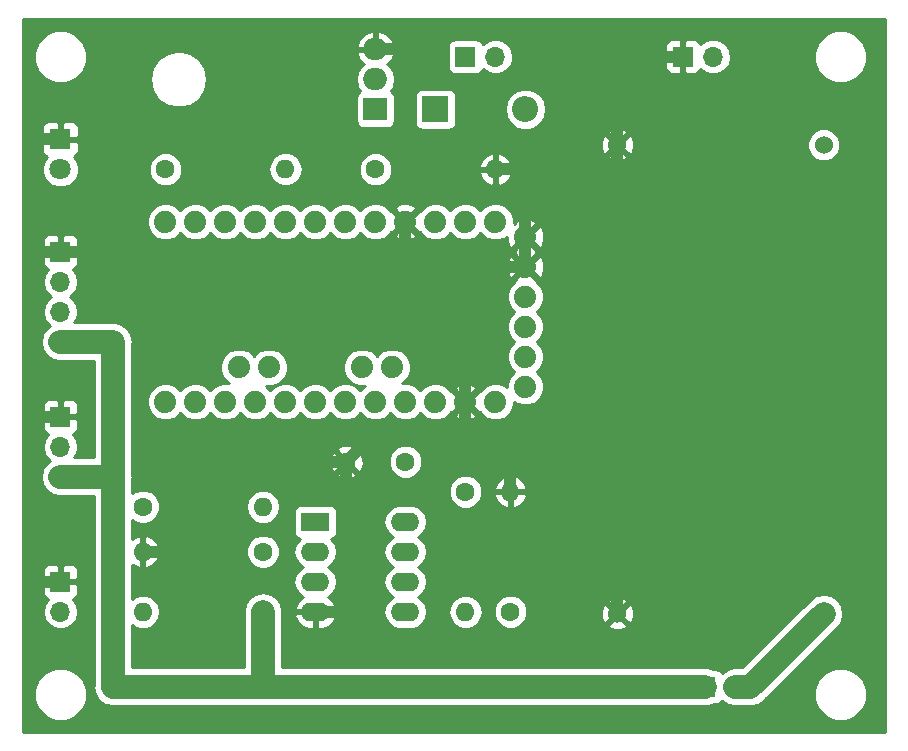
<source format=gbr>
G04 #@! TF.GenerationSoftware,KiCad,Pcbnew,(5.0.2-5)-5*
G04 #@! TF.CreationDate,2022-02-20T19:00:33+00:00*
G04 #@! TF.ProjectId,soldering_iron,736f6c64-6572-4696-9e67-5f69726f6e2e,rev?*
G04 #@! TF.SameCoordinates,Original*
G04 #@! TF.FileFunction,Copper,L2,Bot*
G04 #@! TF.FilePolarity,Positive*
%FSLAX46Y46*%
G04 Gerber Fmt 4.6, Leading zero omitted, Abs format (unit mm)*
G04 Created by KiCad (PCBNEW (5.0.2-5)-5) date Sunday, 20 February 2022 at 19:00:33*
%MOMM*%
%LPD*%
G01*
G04 APERTURE LIST*
G04 #@! TA.AperFunction,ComponentPad*
%ADD10C,1.524000*%
G04 #@! TD*
G04 #@! TA.AperFunction,ComponentPad*
%ADD11O,1.700000X1.700000*%
G04 #@! TD*
G04 #@! TA.AperFunction,ComponentPad*
%ADD12R,1.700000X1.700000*%
G04 #@! TD*
G04 #@! TA.AperFunction,ComponentPad*
%ADD13O,2.400000X1.600000*%
G04 #@! TD*
G04 #@! TA.AperFunction,ComponentPad*
%ADD14R,2.400000X1.600000*%
G04 #@! TD*
G04 #@! TA.AperFunction,ComponentPad*
%ADD15O,2.200000X2.200000*%
G04 #@! TD*
G04 #@! TA.AperFunction,ComponentPad*
%ADD16R,2.200000X2.200000*%
G04 #@! TD*
G04 #@! TA.AperFunction,ComponentPad*
%ADD17C,1.800000*%
G04 #@! TD*
G04 #@! TA.AperFunction,ComponentPad*
%ADD18R,1.800000X1.800000*%
G04 #@! TD*
G04 #@! TA.AperFunction,ComponentPad*
%ADD19O,2.000000X1.905000*%
G04 #@! TD*
G04 #@! TA.AperFunction,ComponentPad*
%ADD20R,2.000000X1.905000*%
G04 #@! TD*
G04 #@! TA.AperFunction,ComponentPad*
%ADD21O,1.600000X1.600000*%
G04 #@! TD*
G04 #@! TA.AperFunction,ComponentPad*
%ADD22C,1.600000*%
G04 #@! TD*
G04 #@! TA.AperFunction,ComponentPad*
%ADD23C,1.879600*%
G04 #@! TD*
G04 #@! TA.AperFunction,Conductor*
%ADD24C,1.000000*%
G04 #@! TD*
G04 #@! TA.AperFunction,Conductor*
%ADD25C,2.000000*%
G04 #@! TD*
G04 #@! TA.AperFunction,Conductor*
%ADD26C,0.254000*%
G04 #@! TD*
G04 APERTURE END LIST*
D10*
G04 #@! TO.P,U1,4*
G04 #@! TO.N,+24v*
X143351250Y-32861250D03*
G04 #@! TO.P,U1,1*
G04 #@! TO.N,GND*
X125888750Y-32861250D03*
G04 #@! TO.P,U1,3*
G04 #@! TO.N,Net-(J5-Pad2)*
X143351250Y-72548750D03*
G04 #@! TO.P,U1,2*
G04 #@! TO.N,GND*
X125888750Y-72548750D03*
G04 #@! TD*
D11*
G04 #@! TO.P,J1,2*
G04 #@! TO.N,+24v*
X133985000Y-25400000D03*
D12*
G04 #@! TO.P,J1,1*
G04 #@! TO.N,GND*
X131445000Y-25400000D03*
G04 #@! TD*
D11*
G04 #@! TO.P,J3,3*
G04 #@! TO.N,VCC*
X78740000Y-60960000D03*
G04 #@! TO.P,J3,2*
G04 #@! TO.N,SETPOINT*
X78740000Y-58420000D03*
D12*
G04 #@! TO.P,J3,1*
G04 #@! TO.N,GND*
X78740000Y-55880000D03*
G04 #@! TD*
D13*
G04 #@! TO.P,U2,8*
G04 #@! TO.N,VCC*
X107950000Y-64770000D03*
G04 #@! TO.P,U2,4*
G04 #@! TO.N,GND*
X100330000Y-72390000D03*
G04 #@! TO.P,U2,7*
G04 #@! TO.N,Net-(U2-Pad6)*
X107950000Y-67310000D03*
G04 #@! TO.P,U2,3*
G04 #@! TO.N,PTC*
X100330000Y-69850000D03*
G04 #@! TO.P,U2,6*
G04 #@! TO.N,Net-(U2-Pad6)*
X107950000Y-69850000D03*
G04 #@! TO.P,U2,2*
G04 #@! TO.N,Net-(R5-Pad1)*
X100330000Y-67310000D03*
G04 #@! TO.P,U2,5*
G04 #@! TO.N,Net-(R1-Pad2)*
X107950000Y-72390000D03*
D14*
G04 #@! TO.P,U2,1*
G04 #@! TO.N,PTC_SENSOR*
X100330000Y-64770000D03*
G04 #@! TD*
D15*
G04 #@! TO.P,D1,2*
G04 #@! TO.N,+24v*
X118110000Y-29845000D03*
D16*
G04 #@! TO.P,D1,1*
G04 #@! TO.N,Net-(D1-Pad1)*
X110490000Y-29845000D03*
G04 #@! TD*
D17*
G04 #@! TO.P,D2,2*
G04 #@! TO.N,Net-(D2-Pad2)*
X78740000Y-34925000D03*
D18*
G04 #@! TO.P,D2,1*
G04 #@! TO.N,GND*
X78740000Y-32385000D03*
G04 #@! TD*
D11*
G04 #@! TO.P,J5,2*
G04 #@! TO.N,Net-(J5-Pad2)*
X135890000Y-78740000D03*
D12*
G04 #@! TO.P,J5,1*
G04 #@! TO.N,VCC*
X133350000Y-78740000D03*
G04 #@! TD*
D19*
G04 #@! TO.P,Q1,3*
G04 #@! TO.N,GND*
X105410000Y-24765000D03*
G04 #@! TO.P,Q1,2*
G04 #@! TO.N,Net-(D1-Pad1)*
X105410000Y-27305000D03*
D20*
G04 #@! TO.P,Q1,1*
G04 #@! TO.N,HEAT*
X105410000Y-29845000D03*
G04 #@! TD*
D21*
G04 #@! TO.P,R1,2*
G04 #@! TO.N,Net-(R1-Pad2)*
X113030000Y-72390000D03*
D22*
G04 #@! TO.P,R1,1*
G04 #@! TO.N,VCC*
X113030000Y-62230000D03*
G04 #@! TD*
D21*
G04 #@! TO.P,R2,2*
G04 #@! TO.N,GND*
X116840000Y-62230000D03*
D22*
G04 #@! TO.P,R2,1*
G04 #@! TO.N,Net-(R1-Pad2)*
X116840000Y-72390000D03*
G04 #@! TD*
D21*
G04 #@! TO.P,R3,2*
G04 #@! TO.N,GND*
X115570000Y-34925000D03*
D22*
G04 #@! TO.P,R3,1*
G04 #@! TO.N,HEAT*
X105410000Y-34925000D03*
G04 #@! TD*
D21*
G04 #@! TO.P,R4,2*
G04 #@! TO.N,PTC*
X85725000Y-72390000D03*
D22*
G04 #@! TO.P,R4,1*
G04 #@! TO.N,VCC*
X95885000Y-72390000D03*
G04 #@! TD*
D21*
G04 #@! TO.P,R5,2*
G04 #@! TO.N,GND*
X85725000Y-67310000D03*
D22*
G04 #@! TO.P,R5,1*
G04 #@! TO.N,Net-(R5-Pad1)*
X95885000Y-67310000D03*
G04 #@! TD*
D21*
G04 #@! TO.P,R6,2*
G04 #@! TO.N,Net-(R5-Pad1)*
X95885000Y-63500000D03*
D22*
G04 #@! TO.P,R6,1*
G04 #@! TO.N,PTC_SENSOR*
X85725000Y-63500000D03*
G04 #@! TD*
D21*
G04 #@! TO.P,R7,2*
G04 #@! TO.N,Net-(R7-Pad2)*
X97790000Y-34925000D03*
D22*
G04 #@! TO.P,R7,1*
G04 #@! TO.N,Net-(D2-Pad2)*
X87630000Y-34925000D03*
G04 #@! TD*
G04 #@! TO.P,C1,2*
G04 #@! TO.N,GND*
X102950000Y-59690000D03*
G04 #@! TO.P,C1,1*
G04 #@! TO.N,VCC*
X107950000Y-59690000D03*
G04 #@! TD*
D11*
G04 #@! TO.P,J6,2*
G04 #@! TO.N,+24v*
X115570000Y-25400000D03*
D12*
G04 #@! TO.P,J6,1*
G04 #@! TO.N,Net-(D1-Pad1)*
X113030000Y-25400000D03*
G04 #@! TD*
D11*
G04 #@! TO.P,J2,4*
G04 #@! TO.N,VCC*
X78740000Y-49530000D03*
G04 #@! TO.P,J2,3*
G04 #@! TO.N,SDA*
X78740000Y-46990000D03*
G04 #@! TO.P,J2,2*
G04 #@! TO.N,SCL*
X78740000Y-44450000D03*
D12*
G04 #@! TO.P,J2,1*
G04 #@! TO.N,GND*
X78740000Y-41910000D03*
G04 #@! TD*
D11*
G04 #@! TO.P,J4,2*
G04 #@! TO.N,PTC*
X78740000Y-72390000D03*
D12*
G04 #@! TO.P,J4,1*
G04 #@! TO.N,GND*
X78740000Y-69850000D03*
G04 #@! TD*
D23*
G04 #@! TO.P,U3,JP7_12*
G04 #@! TO.N,N/C*
X115570000Y-39370000D03*
G04 #@! TO.P,U3,JP7_11*
X113030000Y-39370000D03*
G04 #@! TO.P,U3,JP7_10*
X110490000Y-39370000D03*
G04 #@! TO.P,U3,JP7_9*
G04 #@! TO.N,GND*
X107950000Y-39370000D03*
G04 #@! TO.P,U3,JP7_8*
G04 #@! TO.N,HEAT*
X105410000Y-39370000D03*
G04 #@! TO.P,U3,JP7_7*
G04 #@! TO.N,N/C*
X102870000Y-39370000D03*
G04 #@! TO.P,U3,JP7_6*
X100330000Y-39370000D03*
G04 #@! TO.P,U3,JP7_5*
G04 #@! TO.N,Net-(R7-Pad2)*
X97790000Y-39370000D03*
G04 #@! TO.P,U3,JP7_4*
G04 #@! TO.N,N/C*
X95250000Y-39370000D03*
G04 #@! TO.P,U3,JP7_3*
X92710000Y-39370000D03*
G04 #@! TO.P,U3,JP7_2*
X90170000Y-39370000D03*
G04 #@! TO.P,U3,JP7_1*
X87630000Y-39370000D03*
G04 #@! TO.P,U3,JP6_12*
X87630000Y-54610000D03*
G04 #@! TO.P,U3,JP6_11*
X90170000Y-54610000D03*
G04 #@! TO.P,U3,JP6_10*
X92710000Y-54610000D03*
G04 #@! TO.P,U3,JP6_9*
X95250000Y-54610000D03*
G04 #@! TO.P,U3,JP6_8*
G04 #@! TO.N,SETPOINT*
X97790000Y-54610000D03*
G04 #@! TO.P,U3,JP6_7*
G04 #@! TO.N,PTC_SENSOR*
X100330000Y-54610000D03*
G04 #@! TO.P,U3,JP6_6*
G04 #@! TO.N,N/C*
X102870000Y-54610000D03*
G04 #@! TO.P,U3,JP6_5*
X105410000Y-54610000D03*
G04 #@! TO.P,U3,JP6_4*
G04 #@! TO.N,VCC*
X107950000Y-54610000D03*
G04 #@! TO.P,U3,JP6_3*
G04 #@! TO.N,N/C*
X110490000Y-54610000D03*
G04 #@! TO.P,U3,JP6_2*
G04 #@! TO.N,GND*
X113030000Y-54610000D03*
G04 #@! TO.P,U3,JP6_1*
G04 #@! TO.N,N/C*
X115570000Y-54610000D03*
G04 #@! TO.P,U3,JP3_1*
X93853000Y-51689000D03*
G04 #@! TO.P,U3,JP3_2*
X96393000Y-51689000D03*
G04 #@! TO.P,U3,JP2_2*
G04 #@! TO.N,SCL*
X106807000Y-51689000D03*
G04 #@! TO.P,U3,JP2_1*
G04 #@! TO.N,SDA*
X104267000Y-51689000D03*
G04 #@! TO.P,U3,JP1_6*
G04 #@! TO.N,GND*
X118110000Y-40640000D03*
G04 #@! TO.P,U3,JP1_5*
X118110000Y-43180000D03*
G04 #@! TO.P,U3,JP1_4*
G04 #@! TO.N,VCC*
X118110000Y-45720000D03*
G04 #@! TO.P,U3,JP1_3*
G04 #@! TO.N,N/C*
X118110000Y-48260000D03*
G04 #@! TO.P,U3,JP1_2*
X118110000Y-50800000D03*
G04 #@! TO.P,U3,JP1_1*
X118110000Y-53340000D03*
G04 #@! TD*
D24*
G04 #@! TO.N,GND*
X111760000Y-41910000D02*
X113030000Y-43180000D01*
X107950000Y-39370000D02*
X107950000Y-41910000D01*
X79320000Y-41910000D02*
X78740000Y-41910000D01*
X111760000Y-41910000D02*
X79320000Y-41910000D01*
X118110000Y-43180000D02*
X118110000Y-40640000D01*
X113030000Y-54610000D02*
X113030000Y-43180000D01*
X113030000Y-43180000D02*
X118110000Y-43180000D01*
X78740000Y-41910000D02*
X76200000Y-41910000D01*
X78740000Y-69850000D02*
X76200000Y-69850000D01*
X76200000Y-32385000D02*
X78740000Y-32385000D01*
X76200000Y-41910000D02*
X76200000Y-32385000D01*
X118110000Y-40640000D02*
X118110000Y-34925000D01*
X78740000Y-55880000D02*
X76200000Y-55880000D01*
X102235000Y-72390000D02*
X104140000Y-72390000D01*
X100203000Y-72390000D02*
X102235000Y-72390000D01*
X117475000Y-34925000D02*
X125888750Y-34925000D01*
X125888750Y-34925000D02*
X125888750Y-32861250D01*
X125888750Y-72548750D02*
X125888750Y-34925000D01*
X115570000Y-34925000D02*
X117475000Y-34925000D01*
X117475000Y-34925000D02*
X118110000Y-34925000D01*
X125888750Y-32861250D02*
X125888750Y-29106250D01*
X109855000Y-22860000D02*
X107950000Y-24765000D01*
X123190000Y-22860000D02*
X109855000Y-22860000D01*
X125888750Y-25558750D02*
X123190000Y-22860000D01*
X107950000Y-24765000D02*
X105410000Y-24765000D01*
X125888750Y-29106250D02*
X125888750Y-26670000D01*
X125888750Y-26670000D02*
X125888750Y-26035000D01*
X125888750Y-26670000D02*
X125888750Y-25558750D01*
X129595000Y-25400000D02*
X131445000Y-25400000D01*
X125730000Y-25400000D02*
X129595000Y-25400000D01*
X76200000Y-53340000D02*
X76200000Y-41910000D01*
X76200000Y-69850000D02*
X76200000Y-53340000D01*
X113030000Y-57150000D02*
X113030000Y-54610000D01*
X105490000Y-57150000D02*
X113030000Y-57150000D01*
X102950000Y-59690000D02*
X105490000Y-57150000D01*
X102950000Y-62310000D02*
X102950000Y-59690000D01*
X104140000Y-63500000D02*
X102950000Y-62310000D01*
X104140000Y-72390000D02*
X104140000Y-63500000D01*
X113030000Y-57150000D02*
X114300000Y-57150000D01*
X116840000Y-59690000D02*
X116840000Y-62230000D01*
X114300000Y-57150000D02*
X116840000Y-59690000D01*
X91440000Y-67310000D02*
X85725000Y-67310000D01*
X91440000Y-59690000D02*
X91440000Y-67310000D01*
X102950000Y-59690000D02*
X91440000Y-59690000D01*
D25*
G04 #@! TO.N,VCC*
X80645000Y-49530000D02*
X78740000Y-49530000D01*
X83185000Y-49530000D02*
X80645000Y-49530000D01*
X83185000Y-62230000D02*
X83185000Y-49530000D01*
X78740000Y-60960000D02*
X83185000Y-60960000D01*
X83185000Y-63500000D02*
X83185000Y-62230000D01*
X83185000Y-78740000D02*
X83185000Y-63500000D01*
X95885000Y-72390000D02*
X95885000Y-78740000D01*
X95885000Y-78740000D02*
X83185000Y-78740000D01*
X133350000Y-78740000D02*
X95885000Y-78740000D01*
G04 #@! TO.N,Net-(J5-Pad2)*
X137160000Y-78740000D02*
X143351250Y-72548750D01*
X135890000Y-78740000D02*
X137160000Y-78740000D01*
G04 #@! TD*
D26*
G04 #@! TO.N,GND*
G36*
X148577301Y-82537300D02*
X75577700Y-82537300D01*
X75577700Y-78930431D01*
X76505000Y-78930431D01*
X76505000Y-79819569D01*
X76845259Y-80641026D01*
X77473974Y-81269741D01*
X78295431Y-81610000D01*
X79184569Y-81610000D01*
X80006026Y-81269741D01*
X80634741Y-80641026D01*
X80975000Y-79819569D01*
X80975000Y-78930431D01*
X80634741Y-78108974D01*
X80006026Y-77480259D01*
X79184569Y-77140000D01*
X78295431Y-77140000D01*
X77473974Y-77480259D01*
X76845259Y-78108974D01*
X76505000Y-78930431D01*
X75577700Y-78930431D01*
X75577700Y-72390000D01*
X77225908Y-72390000D01*
X77341161Y-72969418D01*
X77669375Y-73460625D01*
X78160582Y-73788839D01*
X78593744Y-73875000D01*
X78886256Y-73875000D01*
X79319418Y-73788839D01*
X79810625Y-73460625D01*
X80138839Y-72969418D01*
X80254092Y-72390000D01*
X80138839Y-71810582D01*
X79810625Y-71319375D01*
X79788967Y-71304904D01*
X79949698Y-71238327D01*
X80128327Y-71059699D01*
X80225000Y-70826310D01*
X80225000Y-70135750D01*
X80066250Y-69977000D01*
X78867000Y-69977000D01*
X78867000Y-69997000D01*
X78613000Y-69997000D01*
X78613000Y-69977000D01*
X77413750Y-69977000D01*
X77255000Y-70135750D01*
X77255000Y-70826310D01*
X77351673Y-71059699D01*
X77530302Y-71238327D01*
X77691033Y-71304904D01*
X77669375Y-71319375D01*
X77341161Y-71810582D01*
X77225908Y-72390000D01*
X75577700Y-72390000D01*
X75577700Y-68873690D01*
X77255000Y-68873690D01*
X77255000Y-69564250D01*
X77413750Y-69723000D01*
X78613000Y-69723000D01*
X78613000Y-68523750D01*
X78867000Y-68523750D01*
X78867000Y-69723000D01*
X80066250Y-69723000D01*
X80225000Y-69564250D01*
X80225000Y-68873690D01*
X80128327Y-68640301D01*
X79949698Y-68461673D01*
X79716309Y-68365000D01*
X79025750Y-68365000D01*
X78867000Y-68523750D01*
X78613000Y-68523750D01*
X78454250Y-68365000D01*
X77763691Y-68365000D01*
X77530302Y-68461673D01*
X77351673Y-68640301D01*
X77255000Y-68873690D01*
X75577700Y-68873690D01*
X75577700Y-54903690D01*
X77255000Y-54903690D01*
X77255000Y-55594250D01*
X77413750Y-55753000D01*
X78613000Y-55753000D01*
X78613000Y-54553750D01*
X78867000Y-54553750D01*
X78867000Y-55753000D01*
X80066250Y-55753000D01*
X80225000Y-55594250D01*
X80225000Y-54903690D01*
X80128327Y-54670301D01*
X79949698Y-54491673D01*
X79716309Y-54395000D01*
X79025750Y-54395000D01*
X78867000Y-54553750D01*
X78613000Y-54553750D01*
X78454250Y-54395000D01*
X77763691Y-54395000D01*
X77530302Y-54491673D01*
X77351673Y-54670301D01*
X77255000Y-54903690D01*
X75577700Y-54903690D01*
X75577700Y-49530000D01*
X77072969Y-49530000D01*
X77199864Y-50167945D01*
X77561231Y-50708769D01*
X78102055Y-51070136D01*
X78578969Y-51165000D01*
X81550001Y-51165000D01*
X81550000Y-59325000D01*
X79921292Y-59325000D01*
X80138839Y-58999418D01*
X80254092Y-58420000D01*
X80138839Y-57840582D01*
X79810625Y-57349375D01*
X79788967Y-57334904D01*
X79949698Y-57268327D01*
X80128327Y-57089699D01*
X80225000Y-56856310D01*
X80225000Y-56165750D01*
X80066250Y-56007000D01*
X78867000Y-56007000D01*
X78867000Y-56027000D01*
X78613000Y-56027000D01*
X78613000Y-56007000D01*
X77413750Y-56007000D01*
X77255000Y-56165750D01*
X77255000Y-56856310D01*
X77351673Y-57089699D01*
X77530302Y-57268327D01*
X77691033Y-57334904D01*
X77669375Y-57349375D01*
X77341161Y-57840582D01*
X77225908Y-58420000D01*
X77341161Y-58999418D01*
X77669375Y-59490625D01*
X77832764Y-59599798D01*
X77561231Y-59781231D01*
X77199864Y-60322055D01*
X77072969Y-60960000D01*
X77199864Y-61597945D01*
X77561231Y-62138769D01*
X78102055Y-62500136D01*
X78578969Y-62595000D01*
X81550000Y-62595000D01*
X81550000Y-63661030D01*
X81550001Y-63661035D01*
X81550000Y-78578969D01*
X81517969Y-78740000D01*
X81644864Y-79377945D01*
X81939948Y-79819569D01*
X82006231Y-79918769D01*
X82547055Y-80280136D01*
X83185000Y-80407031D01*
X83346031Y-80375000D01*
X95723969Y-80375000D01*
X95885000Y-80407031D01*
X96046031Y-80375000D01*
X133511031Y-80375000D01*
X133987945Y-80280136D01*
X134051844Y-80237440D01*
X134200000Y-80237440D01*
X134447765Y-80188157D01*
X134657809Y-80047809D01*
X134733907Y-79933921D01*
X135252055Y-80280136D01*
X135728969Y-80375000D01*
X136998970Y-80375000D01*
X137160000Y-80407031D01*
X137321030Y-80375000D01*
X137321031Y-80375000D01*
X137797945Y-80280136D01*
X138338769Y-79918769D01*
X138429988Y-79782250D01*
X139281807Y-78930431D01*
X142545000Y-78930431D01*
X142545000Y-79819569D01*
X142885259Y-80641026D01*
X143513974Y-81269741D01*
X144335431Y-81610000D01*
X145224569Y-81610000D01*
X146046026Y-81269741D01*
X146674741Y-80641026D01*
X147015000Y-79819569D01*
X147015000Y-78930431D01*
X146674741Y-78108974D01*
X146046026Y-77480259D01*
X145224569Y-77140000D01*
X144335431Y-77140000D01*
X143513974Y-77480259D01*
X142885259Y-78108974D01*
X142545000Y-78930431D01*
X139281807Y-78930431D01*
X144621235Y-73591004D01*
X144891386Y-73186696D01*
X145018281Y-72548750D01*
X144891386Y-71910805D01*
X144530019Y-71369981D01*
X143989195Y-71008614D01*
X143351250Y-70881719D01*
X142713304Y-71008614D01*
X142308996Y-71278765D01*
X136482762Y-77105000D01*
X135728969Y-77105000D01*
X135252055Y-77199864D01*
X134733907Y-77546079D01*
X134657809Y-77432191D01*
X134447765Y-77291843D01*
X134200000Y-77242560D01*
X134051844Y-77242560D01*
X133987945Y-77199864D01*
X133511031Y-77105000D01*
X97520000Y-77105000D01*
X97520000Y-72739039D01*
X98538096Y-72739039D01*
X98555633Y-72821819D01*
X98825500Y-73314896D01*
X99263517Y-73667166D01*
X99803000Y-73825000D01*
X100203000Y-73825000D01*
X100203000Y-72517000D01*
X100457000Y-72517000D01*
X100457000Y-73825000D01*
X100857000Y-73825000D01*
X101396483Y-73667166D01*
X101834500Y-73314896D01*
X102104367Y-72821819D01*
X102121904Y-72739039D01*
X101999915Y-72517000D01*
X100457000Y-72517000D01*
X100203000Y-72517000D01*
X98660085Y-72517000D01*
X98538096Y-72739039D01*
X97520000Y-72739039D01*
X97520000Y-72228969D01*
X97425136Y-71752055D01*
X97063769Y-71211231D01*
X96522944Y-70849864D01*
X95885000Y-70722969D01*
X95247055Y-70849864D01*
X94706231Y-71211231D01*
X94344864Y-71752056D01*
X94250000Y-72228970D01*
X94250001Y-77105000D01*
X84820000Y-77105000D01*
X84820000Y-73511158D01*
X85165091Y-73741740D01*
X85583667Y-73825000D01*
X85866333Y-73825000D01*
X86284909Y-73741740D01*
X86759577Y-73424577D01*
X87076740Y-72949909D01*
X87188113Y-72390000D01*
X87076740Y-71830091D01*
X86759577Y-71355423D01*
X86284909Y-71038260D01*
X85866333Y-70955000D01*
X85583667Y-70955000D01*
X85165091Y-71038260D01*
X84820000Y-71268842D01*
X84820000Y-68407342D01*
X84869866Y-68462389D01*
X85375959Y-68701914D01*
X85598000Y-68580629D01*
X85598000Y-67437000D01*
X85852000Y-67437000D01*
X85852000Y-68580629D01*
X86074041Y-68701914D01*
X86580134Y-68462389D01*
X86956041Y-68047423D01*
X87116904Y-67659039D01*
X86994915Y-67437000D01*
X85852000Y-67437000D01*
X85598000Y-67437000D01*
X85578000Y-67437000D01*
X85578000Y-67183000D01*
X85598000Y-67183000D01*
X85598000Y-66039371D01*
X85852000Y-66039371D01*
X85852000Y-67183000D01*
X86994915Y-67183000D01*
X87081961Y-67024561D01*
X94450000Y-67024561D01*
X94450000Y-67595439D01*
X94668466Y-68122862D01*
X95072138Y-68526534D01*
X95599561Y-68745000D01*
X96170439Y-68745000D01*
X96697862Y-68526534D01*
X97101534Y-68122862D01*
X97320000Y-67595439D01*
X97320000Y-67310000D01*
X98466887Y-67310000D01*
X98578260Y-67869909D01*
X98895423Y-68344577D01*
X99247758Y-68580000D01*
X98895423Y-68815423D01*
X98578260Y-69290091D01*
X98466887Y-69850000D01*
X98578260Y-70409909D01*
X98895423Y-70884577D01*
X99251499Y-71122499D01*
X98825500Y-71465104D01*
X98555633Y-71958181D01*
X98538096Y-72040961D01*
X98660085Y-72263000D01*
X100203000Y-72263000D01*
X100203000Y-72243000D01*
X100457000Y-72243000D01*
X100457000Y-72263000D01*
X101999915Y-72263000D01*
X102121904Y-72040961D01*
X102104367Y-71958181D01*
X101834500Y-71465104D01*
X101408501Y-71122499D01*
X101764577Y-70884577D01*
X102081740Y-70409909D01*
X102193113Y-69850000D01*
X102081740Y-69290091D01*
X101764577Y-68815423D01*
X101412242Y-68580000D01*
X101764577Y-68344577D01*
X102081740Y-67869909D01*
X102193113Y-67310000D01*
X102081740Y-66750091D01*
X101764577Y-66275423D01*
X101643894Y-66194785D01*
X101777765Y-66168157D01*
X101987809Y-66027809D01*
X102128157Y-65817765D01*
X102177440Y-65570000D01*
X102177440Y-64770000D01*
X106086887Y-64770000D01*
X106198260Y-65329909D01*
X106515423Y-65804577D01*
X106867758Y-66040000D01*
X106515423Y-66275423D01*
X106198260Y-66750091D01*
X106086887Y-67310000D01*
X106198260Y-67869909D01*
X106515423Y-68344577D01*
X106867758Y-68580000D01*
X106515423Y-68815423D01*
X106198260Y-69290091D01*
X106086887Y-69850000D01*
X106198260Y-70409909D01*
X106515423Y-70884577D01*
X106867758Y-71120000D01*
X106515423Y-71355423D01*
X106198260Y-71830091D01*
X106086887Y-72390000D01*
X106198260Y-72949909D01*
X106515423Y-73424577D01*
X106990091Y-73741740D01*
X107408667Y-73825000D01*
X108491333Y-73825000D01*
X108909909Y-73741740D01*
X109384577Y-73424577D01*
X109701740Y-72949909D01*
X109813113Y-72390000D01*
X111566887Y-72390000D01*
X111678260Y-72949909D01*
X111995423Y-73424577D01*
X112470091Y-73741740D01*
X112888667Y-73825000D01*
X113171333Y-73825000D01*
X113589909Y-73741740D01*
X114064577Y-73424577D01*
X114381740Y-72949909D01*
X114493113Y-72390000D01*
X114436336Y-72104561D01*
X115405000Y-72104561D01*
X115405000Y-72675439D01*
X115623466Y-73202862D01*
X116027138Y-73606534D01*
X116554561Y-73825000D01*
X117125439Y-73825000D01*
X117652862Y-73606534D01*
X117730433Y-73528963D01*
X125088142Y-73528963D01*
X125157607Y-73771147D01*
X125681052Y-73957894D01*
X126236118Y-73930112D01*
X126619893Y-73771147D01*
X126689358Y-73528963D01*
X125888750Y-72728355D01*
X125088142Y-73528963D01*
X117730433Y-73528963D01*
X118056534Y-73202862D01*
X118275000Y-72675439D01*
X118275000Y-72341052D01*
X124479606Y-72341052D01*
X124507388Y-72896118D01*
X124666353Y-73279893D01*
X124908537Y-73349358D01*
X125709145Y-72548750D01*
X126068355Y-72548750D01*
X126868963Y-73349358D01*
X127111147Y-73279893D01*
X127297894Y-72756448D01*
X127270112Y-72201382D01*
X127111147Y-71817607D01*
X126868963Y-71748142D01*
X126068355Y-72548750D01*
X125709145Y-72548750D01*
X124908537Y-71748142D01*
X124666353Y-71817607D01*
X124479606Y-72341052D01*
X118275000Y-72341052D01*
X118275000Y-72104561D01*
X118056534Y-71577138D01*
X118047933Y-71568537D01*
X125088142Y-71568537D01*
X125888750Y-72369145D01*
X126689358Y-71568537D01*
X126619893Y-71326353D01*
X126096448Y-71139606D01*
X125541382Y-71167388D01*
X125157607Y-71326353D01*
X125088142Y-71568537D01*
X118047933Y-71568537D01*
X117652862Y-71173466D01*
X117125439Y-70955000D01*
X116554561Y-70955000D01*
X116027138Y-71173466D01*
X115623466Y-71577138D01*
X115405000Y-72104561D01*
X114436336Y-72104561D01*
X114381740Y-71830091D01*
X114064577Y-71355423D01*
X113589909Y-71038260D01*
X113171333Y-70955000D01*
X112888667Y-70955000D01*
X112470091Y-71038260D01*
X111995423Y-71355423D01*
X111678260Y-71830091D01*
X111566887Y-72390000D01*
X109813113Y-72390000D01*
X109701740Y-71830091D01*
X109384577Y-71355423D01*
X109032242Y-71120000D01*
X109384577Y-70884577D01*
X109701740Y-70409909D01*
X109813113Y-69850000D01*
X109701740Y-69290091D01*
X109384577Y-68815423D01*
X109032242Y-68580000D01*
X109384577Y-68344577D01*
X109701740Y-67869909D01*
X109813113Y-67310000D01*
X109701740Y-66750091D01*
X109384577Y-66275423D01*
X109032242Y-66040000D01*
X109384577Y-65804577D01*
X109701740Y-65329909D01*
X109813113Y-64770000D01*
X109701740Y-64210091D01*
X109384577Y-63735423D01*
X108909909Y-63418260D01*
X108491333Y-63335000D01*
X107408667Y-63335000D01*
X106990091Y-63418260D01*
X106515423Y-63735423D01*
X106198260Y-64210091D01*
X106086887Y-64770000D01*
X102177440Y-64770000D01*
X102177440Y-63970000D01*
X102128157Y-63722235D01*
X101987809Y-63512191D01*
X101777765Y-63371843D01*
X101530000Y-63322560D01*
X99130000Y-63322560D01*
X98882235Y-63371843D01*
X98672191Y-63512191D01*
X98531843Y-63722235D01*
X98482560Y-63970000D01*
X98482560Y-65570000D01*
X98531843Y-65817765D01*
X98672191Y-66027809D01*
X98882235Y-66168157D01*
X99016106Y-66194785D01*
X98895423Y-66275423D01*
X98578260Y-66750091D01*
X98466887Y-67310000D01*
X97320000Y-67310000D01*
X97320000Y-67024561D01*
X97101534Y-66497138D01*
X96697862Y-66093466D01*
X96170439Y-65875000D01*
X95599561Y-65875000D01*
X95072138Y-66093466D01*
X94668466Y-66497138D01*
X94450000Y-67024561D01*
X87081961Y-67024561D01*
X87116904Y-66960961D01*
X86956041Y-66572577D01*
X86580134Y-66157611D01*
X86074041Y-65918086D01*
X85852000Y-66039371D01*
X85598000Y-66039371D01*
X85375959Y-65918086D01*
X84869866Y-66157611D01*
X84820000Y-66212658D01*
X84820000Y-64624396D01*
X84912138Y-64716534D01*
X85439561Y-64935000D01*
X86010439Y-64935000D01*
X86537862Y-64716534D01*
X86941534Y-64312862D01*
X87160000Y-63785439D01*
X87160000Y-63500000D01*
X94421887Y-63500000D01*
X94533260Y-64059909D01*
X94850423Y-64534577D01*
X95325091Y-64851740D01*
X95743667Y-64935000D01*
X96026333Y-64935000D01*
X96444909Y-64851740D01*
X96919577Y-64534577D01*
X97236740Y-64059909D01*
X97348113Y-63500000D01*
X97236740Y-62940091D01*
X96919577Y-62465423D01*
X96444909Y-62148260D01*
X96026333Y-62065000D01*
X95743667Y-62065000D01*
X95325091Y-62148260D01*
X94850423Y-62465423D01*
X94533260Y-62940091D01*
X94421887Y-63500000D01*
X87160000Y-63500000D01*
X87160000Y-63214561D01*
X86941534Y-62687138D01*
X86537862Y-62283466D01*
X86010439Y-62065000D01*
X85439561Y-62065000D01*
X84912138Y-62283466D01*
X84820000Y-62375604D01*
X84820000Y-61944561D01*
X111595000Y-61944561D01*
X111595000Y-62515439D01*
X111813466Y-63042862D01*
X112217138Y-63446534D01*
X112744561Y-63665000D01*
X113315439Y-63665000D01*
X113842862Y-63446534D01*
X114246534Y-63042862D01*
X114438655Y-62579041D01*
X115448086Y-62579041D01*
X115687611Y-63085134D01*
X116102577Y-63461041D01*
X116490961Y-63621904D01*
X116713000Y-63499915D01*
X116713000Y-62357000D01*
X116967000Y-62357000D01*
X116967000Y-63499915D01*
X117189039Y-63621904D01*
X117577423Y-63461041D01*
X117992389Y-63085134D01*
X118231914Y-62579041D01*
X118110629Y-62357000D01*
X116967000Y-62357000D01*
X116713000Y-62357000D01*
X115569371Y-62357000D01*
X115448086Y-62579041D01*
X114438655Y-62579041D01*
X114465000Y-62515439D01*
X114465000Y-61944561D01*
X114438656Y-61880959D01*
X115448086Y-61880959D01*
X115569371Y-62103000D01*
X116713000Y-62103000D01*
X116713000Y-60960085D01*
X116967000Y-60960085D01*
X116967000Y-62103000D01*
X118110629Y-62103000D01*
X118231914Y-61880959D01*
X117992389Y-61374866D01*
X117577423Y-60998959D01*
X117189039Y-60838096D01*
X116967000Y-60960085D01*
X116713000Y-60960085D01*
X116490961Y-60838096D01*
X116102577Y-60998959D01*
X115687611Y-61374866D01*
X115448086Y-61880959D01*
X114438656Y-61880959D01*
X114246534Y-61417138D01*
X113842862Y-61013466D01*
X113315439Y-60795000D01*
X112744561Y-60795000D01*
X112217138Y-61013466D01*
X111813466Y-61417138D01*
X111595000Y-61944561D01*
X84820000Y-61944561D01*
X84820000Y-61121031D01*
X84852031Y-60960000D01*
X84820000Y-60798969D01*
X84820000Y-60697745D01*
X102121861Y-60697745D01*
X102195995Y-60943864D01*
X102733223Y-61136965D01*
X103303454Y-61109778D01*
X103704005Y-60943864D01*
X103778139Y-60697745D01*
X102950000Y-59869605D01*
X102121861Y-60697745D01*
X84820000Y-60697745D01*
X84820000Y-59473223D01*
X101503035Y-59473223D01*
X101530222Y-60043454D01*
X101696136Y-60444005D01*
X101942255Y-60518139D01*
X102770395Y-59690000D01*
X103129605Y-59690000D01*
X103957745Y-60518139D01*
X104203864Y-60444005D01*
X104396965Y-59906777D01*
X104373021Y-59404561D01*
X106515000Y-59404561D01*
X106515000Y-59975439D01*
X106733466Y-60502862D01*
X107137138Y-60906534D01*
X107664561Y-61125000D01*
X108235439Y-61125000D01*
X108762862Y-60906534D01*
X109166534Y-60502862D01*
X109385000Y-59975439D01*
X109385000Y-59404561D01*
X109166534Y-58877138D01*
X108762862Y-58473466D01*
X108235439Y-58255000D01*
X107664561Y-58255000D01*
X107137138Y-58473466D01*
X106733466Y-58877138D01*
X106515000Y-59404561D01*
X104373021Y-59404561D01*
X104369778Y-59336546D01*
X104203864Y-58935995D01*
X103957745Y-58861861D01*
X103129605Y-59690000D01*
X102770395Y-59690000D01*
X101942255Y-58861861D01*
X101696136Y-58935995D01*
X101503035Y-59473223D01*
X84820000Y-59473223D01*
X84820000Y-58682255D01*
X102121861Y-58682255D01*
X102950000Y-59510395D01*
X103778139Y-58682255D01*
X103704005Y-58436136D01*
X103166777Y-58243035D01*
X102596546Y-58270222D01*
X102195995Y-58436136D01*
X102121861Y-58682255D01*
X84820000Y-58682255D01*
X84820000Y-54296753D01*
X86055200Y-54296753D01*
X86055200Y-54923247D01*
X86294949Y-55502052D01*
X86737948Y-55945051D01*
X87316753Y-56184800D01*
X87943247Y-56184800D01*
X88522052Y-55945051D01*
X88900000Y-55567103D01*
X89277948Y-55945051D01*
X89856753Y-56184800D01*
X90483247Y-56184800D01*
X91062052Y-55945051D01*
X91440000Y-55567103D01*
X91817948Y-55945051D01*
X92396753Y-56184800D01*
X93023247Y-56184800D01*
X93602052Y-55945051D01*
X93980000Y-55567103D01*
X94357948Y-55945051D01*
X94936753Y-56184800D01*
X95563247Y-56184800D01*
X96142052Y-55945051D01*
X96520000Y-55567103D01*
X96897948Y-55945051D01*
X97476753Y-56184800D01*
X98103247Y-56184800D01*
X98682052Y-55945051D01*
X99060000Y-55567103D01*
X99437948Y-55945051D01*
X100016753Y-56184800D01*
X100643247Y-56184800D01*
X101222052Y-55945051D01*
X101600000Y-55567103D01*
X101977948Y-55945051D01*
X102556753Y-56184800D01*
X103183247Y-56184800D01*
X103762052Y-55945051D01*
X104140000Y-55567103D01*
X104517948Y-55945051D01*
X105096753Y-56184800D01*
X105723247Y-56184800D01*
X106302052Y-55945051D01*
X106680000Y-55567103D01*
X107057948Y-55945051D01*
X107636753Y-56184800D01*
X108263247Y-56184800D01*
X108842052Y-55945051D01*
X109220000Y-55567103D01*
X109597948Y-55945051D01*
X110176753Y-56184800D01*
X110803247Y-56184800D01*
X111382052Y-55945051D01*
X111608135Y-55718968D01*
X112100637Y-55718968D01*
X112191923Y-55979580D01*
X112779833Y-56196045D01*
X113405828Y-56171049D01*
X113868077Y-55979580D01*
X113959363Y-55718968D01*
X113030000Y-54789605D01*
X112100637Y-55718968D01*
X111608135Y-55718968D01*
X111822317Y-55504786D01*
X111921032Y-55539363D01*
X112850395Y-54610000D01*
X113209605Y-54610000D01*
X114138968Y-55539363D01*
X114237683Y-55504786D01*
X114677948Y-55945051D01*
X115256753Y-56184800D01*
X115883247Y-56184800D01*
X116462052Y-55945051D01*
X116905051Y-55502052D01*
X117144800Y-54923247D01*
X117144800Y-54601903D01*
X117217948Y-54675051D01*
X117796753Y-54914800D01*
X118423247Y-54914800D01*
X119002052Y-54675051D01*
X119445051Y-54232052D01*
X119684800Y-53653247D01*
X119684800Y-53026753D01*
X119445051Y-52447948D01*
X119067103Y-52070000D01*
X119445051Y-51692052D01*
X119684800Y-51113247D01*
X119684800Y-50486753D01*
X119445051Y-49907948D01*
X119067103Y-49530000D01*
X119445051Y-49152052D01*
X119684800Y-48573247D01*
X119684800Y-47946753D01*
X119445051Y-47367948D01*
X119067103Y-46990000D01*
X119445051Y-46612052D01*
X119684800Y-46033247D01*
X119684800Y-45406753D01*
X119445051Y-44827948D01*
X119004786Y-44387683D01*
X119039363Y-44288968D01*
X118110000Y-43359605D01*
X117180637Y-44288968D01*
X117215214Y-44387683D01*
X116774949Y-44827948D01*
X116535200Y-45406753D01*
X116535200Y-46033247D01*
X116774949Y-46612052D01*
X117152897Y-46990000D01*
X116774949Y-47367948D01*
X116535200Y-47946753D01*
X116535200Y-48573247D01*
X116774949Y-49152052D01*
X117152897Y-49530000D01*
X116774949Y-49907948D01*
X116535200Y-50486753D01*
X116535200Y-51113247D01*
X116774949Y-51692052D01*
X117152897Y-52070000D01*
X116774949Y-52447948D01*
X116535200Y-53026753D01*
X116535200Y-53348097D01*
X116462052Y-53274949D01*
X115883247Y-53035200D01*
X115256753Y-53035200D01*
X114677948Y-53274949D01*
X114237683Y-53715214D01*
X114138968Y-53680637D01*
X113209605Y-54610000D01*
X112850395Y-54610000D01*
X111921032Y-53680637D01*
X111822317Y-53715214D01*
X111608135Y-53501032D01*
X112100637Y-53501032D01*
X113030000Y-54430395D01*
X113959363Y-53501032D01*
X113868077Y-53240420D01*
X113280167Y-53023955D01*
X112654172Y-53048951D01*
X112191923Y-53240420D01*
X112100637Y-53501032D01*
X111608135Y-53501032D01*
X111382052Y-53274949D01*
X110803247Y-53035200D01*
X110176753Y-53035200D01*
X109597948Y-53274949D01*
X109220000Y-53652897D01*
X108842052Y-53274949D01*
X108263247Y-53035200D01*
X107672136Y-53035200D01*
X107699052Y-53024051D01*
X108142051Y-52581052D01*
X108381800Y-52002247D01*
X108381800Y-51375753D01*
X108142051Y-50796948D01*
X107699052Y-50353949D01*
X107120247Y-50114200D01*
X106493753Y-50114200D01*
X105914948Y-50353949D01*
X105537000Y-50731897D01*
X105159052Y-50353949D01*
X104580247Y-50114200D01*
X103953753Y-50114200D01*
X103374948Y-50353949D01*
X102931949Y-50796948D01*
X102692200Y-51375753D01*
X102692200Y-52002247D01*
X102931949Y-52581052D01*
X103374948Y-53024051D01*
X103953753Y-53263800D01*
X104544864Y-53263800D01*
X104517948Y-53274949D01*
X104140000Y-53652897D01*
X103762052Y-53274949D01*
X103183247Y-53035200D01*
X102556753Y-53035200D01*
X101977948Y-53274949D01*
X101600000Y-53652897D01*
X101222052Y-53274949D01*
X100643247Y-53035200D01*
X100016753Y-53035200D01*
X99437948Y-53274949D01*
X99060000Y-53652897D01*
X98682052Y-53274949D01*
X98103247Y-53035200D01*
X97476753Y-53035200D01*
X96897948Y-53274949D01*
X96520000Y-53652897D01*
X96142052Y-53274949D01*
X96115136Y-53263800D01*
X96706247Y-53263800D01*
X97285052Y-53024051D01*
X97728051Y-52581052D01*
X97967800Y-52002247D01*
X97967800Y-51375753D01*
X97728051Y-50796948D01*
X97285052Y-50353949D01*
X96706247Y-50114200D01*
X96079753Y-50114200D01*
X95500948Y-50353949D01*
X95123000Y-50731897D01*
X94745052Y-50353949D01*
X94166247Y-50114200D01*
X93539753Y-50114200D01*
X92960948Y-50353949D01*
X92517949Y-50796948D01*
X92278200Y-51375753D01*
X92278200Y-52002247D01*
X92517949Y-52581052D01*
X92960948Y-53024051D01*
X92987864Y-53035200D01*
X92396753Y-53035200D01*
X91817948Y-53274949D01*
X91440000Y-53652897D01*
X91062052Y-53274949D01*
X90483247Y-53035200D01*
X89856753Y-53035200D01*
X89277948Y-53274949D01*
X88900000Y-53652897D01*
X88522052Y-53274949D01*
X87943247Y-53035200D01*
X87316753Y-53035200D01*
X86737948Y-53274949D01*
X86294949Y-53717948D01*
X86055200Y-54296753D01*
X84820000Y-54296753D01*
X84820000Y-49691031D01*
X84852031Y-49530000D01*
X84725136Y-48892055D01*
X84363769Y-48351231D01*
X83822945Y-47989864D01*
X83346031Y-47895000D01*
X83185000Y-47862969D01*
X83023969Y-47895000D01*
X79921292Y-47895000D01*
X80138839Y-47569418D01*
X80254092Y-46990000D01*
X80138839Y-46410582D01*
X79810625Y-45919375D01*
X79512239Y-45720000D01*
X79810625Y-45520625D01*
X80138839Y-45029418D01*
X80254092Y-44450000D01*
X80138839Y-43870582D01*
X79810625Y-43379375D01*
X79788967Y-43364904D01*
X79949698Y-43298327D01*
X80128327Y-43119699D01*
X80206972Y-42929833D01*
X116523955Y-42929833D01*
X116548951Y-43555828D01*
X116740420Y-44018077D01*
X117001032Y-44109363D01*
X117930395Y-43180000D01*
X118289605Y-43180000D01*
X119218968Y-44109363D01*
X119479580Y-44018077D01*
X119696045Y-43430167D01*
X119671049Y-42804172D01*
X119479580Y-42341923D01*
X119218968Y-42250637D01*
X118289605Y-43180000D01*
X117930395Y-43180000D01*
X117001032Y-42250637D01*
X116740420Y-42341923D01*
X116523955Y-42929833D01*
X80206972Y-42929833D01*
X80225000Y-42886310D01*
X80225000Y-42195750D01*
X80066250Y-42037000D01*
X78867000Y-42037000D01*
X78867000Y-42057000D01*
X78613000Y-42057000D01*
X78613000Y-42037000D01*
X77413750Y-42037000D01*
X77255000Y-42195750D01*
X77255000Y-42886310D01*
X77351673Y-43119699D01*
X77530302Y-43298327D01*
X77691033Y-43364904D01*
X77669375Y-43379375D01*
X77341161Y-43870582D01*
X77225908Y-44450000D01*
X77341161Y-45029418D01*
X77669375Y-45520625D01*
X77967761Y-45720000D01*
X77669375Y-45919375D01*
X77341161Y-46410582D01*
X77225908Y-46990000D01*
X77341161Y-47569418D01*
X77669375Y-48060625D01*
X77832764Y-48169798D01*
X77561231Y-48351231D01*
X77199864Y-48892055D01*
X77072969Y-49530000D01*
X75577700Y-49530000D01*
X75577700Y-40933690D01*
X77255000Y-40933690D01*
X77255000Y-41624250D01*
X77413750Y-41783000D01*
X78613000Y-41783000D01*
X78613000Y-40583750D01*
X78867000Y-40583750D01*
X78867000Y-41783000D01*
X80066250Y-41783000D01*
X80100282Y-41748968D01*
X117180637Y-41748968D01*
X117237043Y-41910000D01*
X117180637Y-42071032D01*
X118110000Y-43000395D01*
X119039363Y-42071032D01*
X118982957Y-41910000D01*
X119039363Y-41748968D01*
X118110000Y-40819605D01*
X117180637Y-41748968D01*
X80100282Y-41748968D01*
X80225000Y-41624250D01*
X80225000Y-40933690D01*
X80128327Y-40700301D01*
X79949698Y-40521673D01*
X79716309Y-40425000D01*
X79025750Y-40425000D01*
X78867000Y-40583750D01*
X78613000Y-40583750D01*
X78454250Y-40425000D01*
X77763691Y-40425000D01*
X77530302Y-40521673D01*
X77351673Y-40700301D01*
X77255000Y-40933690D01*
X75577700Y-40933690D01*
X75577700Y-39056753D01*
X86055200Y-39056753D01*
X86055200Y-39683247D01*
X86294949Y-40262052D01*
X86737948Y-40705051D01*
X87316753Y-40944800D01*
X87943247Y-40944800D01*
X88522052Y-40705051D01*
X88900000Y-40327103D01*
X89277948Y-40705051D01*
X89856753Y-40944800D01*
X90483247Y-40944800D01*
X91062052Y-40705051D01*
X91440000Y-40327103D01*
X91817948Y-40705051D01*
X92396753Y-40944800D01*
X93023247Y-40944800D01*
X93602052Y-40705051D01*
X93980000Y-40327103D01*
X94357948Y-40705051D01*
X94936753Y-40944800D01*
X95563247Y-40944800D01*
X96142052Y-40705051D01*
X96520000Y-40327103D01*
X96897948Y-40705051D01*
X97476753Y-40944800D01*
X98103247Y-40944800D01*
X98682052Y-40705051D01*
X99060000Y-40327103D01*
X99437948Y-40705051D01*
X100016753Y-40944800D01*
X100643247Y-40944800D01*
X101222052Y-40705051D01*
X101600000Y-40327103D01*
X101977948Y-40705051D01*
X102556753Y-40944800D01*
X103183247Y-40944800D01*
X103762052Y-40705051D01*
X104140000Y-40327103D01*
X104517948Y-40705051D01*
X105096753Y-40944800D01*
X105723247Y-40944800D01*
X106302052Y-40705051D01*
X106528135Y-40478968D01*
X107020637Y-40478968D01*
X107111923Y-40739580D01*
X107699833Y-40956045D01*
X108325828Y-40931049D01*
X108788077Y-40739580D01*
X108879363Y-40478968D01*
X107950000Y-39549605D01*
X107020637Y-40478968D01*
X106528135Y-40478968D01*
X106742317Y-40264786D01*
X106841032Y-40299363D01*
X107770395Y-39370000D01*
X108129605Y-39370000D01*
X109058968Y-40299363D01*
X109157683Y-40264786D01*
X109597948Y-40705051D01*
X110176753Y-40944800D01*
X110803247Y-40944800D01*
X111382052Y-40705051D01*
X111760000Y-40327103D01*
X112137948Y-40705051D01*
X112716753Y-40944800D01*
X113343247Y-40944800D01*
X113922052Y-40705051D01*
X114300000Y-40327103D01*
X114677948Y-40705051D01*
X115256753Y-40944800D01*
X115883247Y-40944800D01*
X116462052Y-40705051D01*
X116533681Y-40633422D01*
X116548951Y-41015828D01*
X116740420Y-41478077D01*
X117001032Y-41569363D01*
X117930395Y-40640000D01*
X118289605Y-40640000D01*
X119218968Y-41569363D01*
X119479580Y-41478077D01*
X119696045Y-40890167D01*
X119671049Y-40264172D01*
X119479580Y-39801923D01*
X119218968Y-39710637D01*
X118289605Y-40640000D01*
X117930395Y-40640000D01*
X117916253Y-40625858D01*
X118095858Y-40446253D01*
X118110000Y-40460395D01*
X119039363Y-39531032D01*
X118948077Y-39270420D01*
X118360167Y-39053955D01*
X117734172Y-39078951D01*
X117271923Y-39270420D01*
X117180638Y-39531030D01*
X117144800Y-39495192D01*
X117144800Y-39056753D01*
X116905051Y-38477948D01*
X116462052Y-38034949D01*
X115883247Y-37795200D01*
X115256753Y-37795200D01*
X114677948Y-38034949D01*
X114300000Y-38412897D01*
X113922052Y-38034949D01*
X113343247Y-37795200D01*
X112716753Y-37795200D01*
X112137948Y-38034949D01*
X111760000Y-38412897D01*
X111382052Y-38034949D01*
X110803247Y-37795200D01*
X110176753Y-37795200D01*
X109597948Y-38034949D01*
X109157683Y-38475214D01*
X109058968Y-38440637D01*
X108129605Y-39370000D01*
X107770395Y-39370000D01*
X106841032Y-38440637D01*
X106742317Y-38475214D01*
X106528135Y-38261032D01*
X107020637Y-38261032D01*
X107950000Y-39190395D01*
X108879363Y-38261032D01*
X108788077Y-38000420D01*
X108200167Y-37783955D01*
X107574172Y-37808951D01*
X107111923Y-38000420D01*
X107020637Y-38261032D01*
X106528135Y-38261032D01*
X106302052Y-38034949D01*
X105723247Y-37795200D01*
X105096753Y-37795200D01*
X104517948Y-38034949D01*
X104140000Y-38412897D01*
X103762052Y-38034949D01*
X103183247Y-37795200D01*
X102556753Y-37795200D01*
X101977948Y-38034949D01*
X101600000Y-38412897D01*
X101222052Y-38034949D01*
X100643247Y-37795200D01*
X100016753Y-37795200D01*
X99437948Y-38034949D01*
X99060000Y-38412897D01*
X98682052Y-38034949D01*
X98103247Y-37795200D01*
X97476753Y-37795200D01*
X96897948Y-38034949D01*
X96520000Y-38412897D01*
X96142052Y-38034949D01*
X95563247Y-37795200D01*
X94936753Y-37795200D01*
X94357948Y-38034949D01*
X93980000Y-38412897D01*
X93602052Y-38034949D01*
X93023247Y-37795200D01*
X92396753Y-37795200D01*
X91817948Y-38034949D01*
X91440000Y-38412897D01*
X91062052Y-38034949D01*
X90483247Y-37795200D01*
X89856753Y-37795200D01*
X89277948Y-38034949D01*
X88900000Y-38412897D01*
X88522052Y-38034949D01*
X87943247Y-37795200D01*
X87316753Y-37795200D01*
X86737948Y-38034949D01*
X86294949Y-38477948D01*
X86055200Y-39056753D01*
X75577700Y-39056753D01*
X75577700Y-32670750D01*
X77205000Y-32670750D01*
X77205000Y-33411309D01*
X77301673Y-33644698D01*
X77480301Y-33823327D01*
X77615044Y-33879139D01*
X77438690Y-34055493D01*
X77205000Y-34619670D01*
X77205000Y-35230330D01*
X77438690Y-35794507D01*
X77870493Y-36226310D01*
X78434670Y-36460000D01*
X79045330Y-36460000D01*
X79609507Y-36226310D01*
X80041310Y-35794507D01*
X80275000Y-35230330D01*
X80275000Y-34639561D01*
X86195000Y-34639561D01*
X86195000Y-35210439D01*
X86413466Y-35737862D01*
X86817138Y-36141534D01*
X87344561Y-36360000D01*
X87915439Y-36360000D01*
X88442862Y-36141534D01*
X88846534Y-35737862D01*
X89065000Y-35210439D01*
X89065000Y-34925000D01*
X96326887Y-34925000D01*
X96438260Y-35484909D01*
X96755423Y-35959577D01*
X97230091Y-36276740D01*
X97648667Y-36360000D01*
X97931333Y-36360000D01*
X98349909Y-36276740D01*
X98824577Y-35959577D01*
X99141740Y-35484909D01*
X99253113Y-34925000D01*
X99196336Y-34639561D01*
X103975000Y-34639561D01*
X103975000Y-35210439D01*
X104193466Y-35737862D01*
X104597138Y-36141534D01*
X105124561Y-36360000D01*
X105695439Y-36360000D01*
X106222862Y-36141534D01*
X106626534Y-35737862D01*
X106818655Y-35274039D01*
X114178096Y-35274039D01*
X114338959Y-35662423D01*
X114714866Y-36077389D01*
X115220959Y-36316914D01*
X115443000Y-36195629D01*
X115443000Y-35052000D01*
X115697000Y-35052000D01*
X115697000Y-36195629D01*
X115919041Y-36316914D01*
X116425134Y-36077389D01*
X116801041Y-35662423D01*
X116961904Y-35274039D01*
X116839915Y-35052000D01*
X115697000Y-35052000D01*
X115443000Y-35052000D01*
X114300085Y-35052000D01*
X114178096Y-35274039D01*
X106818655Y-35274039D01*
X106845000Y-35210439D01*
X106845000Y-34639561D01*
X106818656Y-34575961D01*
X114178096Y-34575961D01*
X114300085Y-34798000D01*
X115443000Y-34798000D01*
X115443000Y-33654371D01*
X115697000Y-33654371D01*
X115697000Y-34798000D01*
X116839915Y-34798000D01*
X116961904Y-34575961D01*
X116801041Y-34187577D01*
X116487506Y-33841463D01*
X125088142Y-33841463D01*
X125157607Y-34083647D01*
X125681052Y-34270394D01*
X126236118Y-34242612D01*
X126619893Y-34083647D01*
X126689358Y-33841463D01*
X125888750Y-33040855D01*
X125088142Y-33841463D01*
X116487506Y-33841463D01*
X116425134Y-33772611D01*
X115919041Y-33533086D01*
X115697000Y-33654371D01*
X115443000Y-33654371D01*
X115220959Y-33533086D01*
X114714866Y-33772611D01*
X114338959Y-34187577D01*
X114178096Y-34575961D01*
X106818656Y-34575961D01*
X106626534Y-34112138D01*
X106222862Y-33708466D01*
X105695439Y-33490000D01*
X105124561Y-33490000D01*
X104597138Y-33708466D01*
X104193466Y-34112138D01*
X103975000Y-34639561D01*
X99196336Y-34639561D01*
X99141740Y-34365091D01*
X98824577Y-33890423D01*
X98349909Y-33573260D01*
X97931333Y-33490000D01*
X97648667Y-33490000D01*
X97230091Y-33573260D01*
X96755423Y-33890423D01*
X96438260Y-34365091D01*
X96326887Y-34925000D01*
X89065000Y-34925000D01*
X89065000Y-34639561D01*
X88846534Y-34112138D01*
X88442862Y-33708466D01*
X87915439Y-33490000D01*
X87344561Y-33490000D01*
X86817138Y-33708466D01*
X86413466Y-34112138D01*
X86195000Y-34639561D01*
X80275000Y-34639561D01*
X80275000Y-34619670D01*
X80041310Y-34055493D01*
X79864956Y-33879139D01*
X79999699Y-33823327D01*
X80178327Y-33644698D01*
X80275000Y-33411309D01*
X80275000Y-32670750D01*
X80257802Y-32653552D01*
X124479606Y-32653552D01*
X124507388Y-33208618D01*
X124666353Y-33592393D01*
X124908537Y-33661858D01*
X125709145Y-32861250D01*
X126068355Y-32861250D01*
X126868963Y-33661858D01*
X127111147Y-33592393D01*
X127297894Y-33068948D01*
X127273590Y-32583369D01*
X141954250Y-32583369D01*
X141954250Y-33139131D01*
X142166930Y-33652587D01*
X142559913Y-34045570D01*
X143073369Y-34258250D01*
X143629131Y-34258250D01*
X144142587Y-34045570D01*
X144535570Y-33652587D01*
X144748250Y-33139131D01*
X144748250Y-32583369D01*
X144535570Y-32069913D01*
X144142587Y-31676930D01*
X143629131Y-31464250D01*
X143073369Y-31464250D01*
X142559913Y-31676930D01*
X142166930Y-32069913D01*
X141954250Y-32583369D01*
X127273590Y-32583369D01*
X127270112Y-32513882D01*
X127111147Y-32130107D01*
X126868963Y-32060642D01*
X126068355Y-32861250D01*
X125709145Y-32861250D01*
X124908537Y-32060642D01*
X124666353Y-32130107D01*
X124479606Y-32653552D01*
X80257802Y-32653552D01*
X80116250Y-32512000D01*
X78867000Y-32512000D01*
X78867000Y-32532000D01*
X78613000Y-32532000D01*
X78613000Y-32512000D01*
X77363750Y-32512000D01*
X77205000Y-32670750D01*
X75577700Y-32670750D01*
X75577700Y-31358691D01*
X77205000Y-31358691D01*
X77205000Y-32099250D01*
X77363750Y-32258000D01*
X78613000Y-32258000D01*
X78613000Y-31008750D01*
X78867000Y-31008750D01*
X78867000Y-32258000D01*
X80116250Y-32258000D01*
X80275000Y-32099250D01*
X80275000Y-31881037D01*
X125088142Y-31881037D01*
X125888750Y-32681645D01*
X126689358Y-31881037D01*
X126619893Y-31638853D01*
X126096448Y-31452106D01*
X125541382Y-31479888D01*
X125157607Y-31638853D01*
X125088142Y-31881037D01*
X80275000Y-31881037D01*
X80275000Y-31358691D01*
X80178327Y-31125302D01*
X79999699Y-30946673D01*
X79766310Y-30850000D01*
X79025750Y-30850000D01*
X78867000Y-31008750D01*
X78613000Y-31008750D01*
X78454250Y-30850000D01*
X77713690Y-30850000D01*
X77480301Y-30946673D01*
X77301673Y-31125302D01*
X77205000Y-31358691D01*
X75577700Y-31358691D01*
X75577700Y-24955431D01*
X76505000Y-24955431D01*
X76505000Y-25844569D01*
X76845259Y-26666026D01*
X77473974Y-27294741D01*
X78295431Y-27635000D01*
X79184569Y-27635000D01*
X79981258Y-27305000D01*
X86318276Y-27305000D01*
X86503380Y-28235580D01*
X87030511Y-29024489D01*
X87819420Y-29551620D01*
X88515103Y-29690000D01*
X88984897Y-29690000D01*
X89680580Y-29551620D01*
X90469489Y-29024489D01*
X90996620Y-28235580D01*
X91181724Y-27305000D01*
X103743900Y-27305000D01*
X103867109Y-27924411D01*
X104129088Y-28316491D01*
X103952191Y-28434691D01*
X103811843Y-28644735D01*
X103762560Y-28892500D01*
X103762560Y-30797500D01*
X103811843Y-31045265D01*
X103952191Y-31255309D01*
X104162235Y-31395657D01*
X104410000Y-31444940D01*
X106410000Y-31444940D01*
X106657765Y-31395657D01*
X106867809Y-31255309D01*
X107008157Y-31045265D01*
X107057440Y-30797500D01*
X107057440Y-28892500D01*
X107028101Y-28745000D01*
X108742560Y-28745000D01*
X108742560Y-30945000D01*
X108791843Y-31192765D01*
X108932191Y-31402809D01*
X109142235Y-31543157D01*
X109390000Y-31592440D01*
X111590000Y-31592440D01*
X111837765Y-31543157D01*
X112047809Y-31402809D01*
X112188157Y-31192765D01*
X112237440Y-30945000D01*
X112237440Y-29845000D01*
X116341010Y-29845000D01*
X116475666Y-30521963D01*
X116859135Y-31095865D01*
X117433037Y-31479334D01*
X117939120Y-31580000D01*
X118280880Y-31580000D01*
X118786963Y-31479334D01*
X119360865Y-31095865D01*
X119744334Y-30521963D01*
X119878990Y-29845000D01*
X119744334Y-29168037D01*
X119360865Y-28594135D01*
X118786963Y-28210666D01*
X118280880Y-28110000D01*
X117939120Y-28110000D01*
X117433037Y-28210666D01*
X116859135Y-28594135D01*
X116475666Y-29168037D01*
X116341010Y-29845000D01*
X112237440Y-29845000D01*
X112237440Y-28745000D01*
X112188157Y-28497235D01*
X112047809Y-28287191D01*
X111837765Y-28146843D01*
X111590000Y-28097560D01*
X109390000Y-28097560D01*
X109142235Y-28146843D01*
X108932191Y-28287191D01*
X108791843Y-28497235D01*
X108742560Y-28745000D01*
X107028101Y-28745000D01*
X107008157Y-28644735D01*
X106867809Y-28434691D01*
X106690912Y-28316491D01*
X106952891Y-27924411D01*
X107076100Y-27305000D01*
X106952891Y-26685589D01*
X106602023Y-26160477D01*
X106400526Y-26025841D01*
X106785973Y-25631924D01*
X107000563Y-25137980D01*
X106880594Y-24892000D01*
X105537000Y-24892000D01*
X105537000Y-24912000D01*
X105283000Y-24912000D01*
X105283000Y-24892000D01*
X103939406Y-24892000D01*
X103819437Y-25137980D01*
X104034027Y-25631924D01*
X104419474Y-26025841D01*
X104217977Y-26160477D01*
X103867109Y-26685589D01*
X103743900Y-27305000D01*
X91181724Y-27305000D01*
X90996620Y-26374420D01*
X90469489Y-25585511D01*
X89680580Y-25058380D01*
X88984897Y-24920000D01*
X88515103Y-24920000D01*
X87819420Y-25058380D01*
X87030511Y-25585511D01*
X86503380Y-26374420D01*
X86318276Y-27305000D01*
X79981258Y-27305000D01*
X80006026Y-27294741D01*
X80634741Y-26666026D01*
X80975000Y-25844569D01*
X80975000Y-24955431D01*
X80741628Y-24392020D01*
X103819437Y-24392020D01*
X103939406Y-24638000D01*
X105283000Y-24638000D01*
X105283000Y-23339428D01*
X105537000Y-23339428D01*
X105537000Y-24638000D01*
X106880594Y-24638000D01*
X106923513Y-24550000D01*
X111532560Y-24550000D01*
X111532560Y-26250000D01*
X111581843Y-26497765D01*
X111722191Y-26707809D01*
X111932235Y-26848157D01*
X112180000Y-26897440D01*
X113880000Y-26897440D01*
X114127765Y-26848157D01*
X114337809Y-26707809D01*
X114478157Y-26497765D01*
X114487184Y-26452381D01*
X114499375Y-26470625D01*
X114990582Y-26798839D01*
X115423744Y-26885000D01*
X115716256Y-26885000D01*
X116149418Y-26798839D01*
X116640625Y-26470625D01*
X116968839Y-25979418D01*
X117027252Y-25685750D01*
X129960000Y-25685750D01*
X129960000Y-26376309D01*
X130056673Y-26609698D01*
X130235301Y-26788327D01*
X130468690Y-26885000D01*
X131159250Y-26885000D01*
X131318000Y-26726250D01*
X131318000Y-25527000D01*
X130118750Y-25527000D01*
X129960000Y-25685750D01*
X117027252Y-25685750D01*
X117084092Y-25400000D01*
X116968839Y-24820582D01*
X116703645Y-24423691D01*
X129960000Y-24423691D01*
X129960000Y-25114250D01*
X130118750Y-25273000D01*
X131318000Y-25273000D01*
X131318000Y-24073750D01*
X131572000Y-24073750D01*
X131572000Y-25273000D01*
X131592000Y-25273000D01*
X131592000Y-25527000D01*
X131572000Y-25527000D01*
X131572000Y-26726250D01*
X131730750Y-26885000D01*
X132421310Y-26885000D01*
X132654699Y-26788327D01*
X132833327Y-26609698D01*
X132899904Y-26448967D01*
X132914375Y-26470625D01*
X133405582Y-26798839D01*
X133838744Y-26885000D01*
X134131256Y-26885000D01*
X134564418Y-26798839D01*
X135055625Y-26470625D01*
X135383839Y-25979418D01*
X135499092Y-25400000D01*
X135410663Y-24955431D01*
X142545000Y-24955431D01*
X142545000Y-25844569D01*
X142885259Y-26666026D01*
X143513974Y-27294741D01*
X144335431Y-27635000D01*
X145224569Y-27635000D01*
X146046026Y-27294741D01*
X146674741Y-26666026D01*
X147015000Y-25844569D01*
X147015000Y-24955431D01*
X146674741Y-24133974D01*
X146046026Y-23505259D01*
X145224569Y-23165000D01*
X144335431Y-23165000D01*
X143513974Y-23505259D01*
X142885259Y-24133974D01*
X142545000Y-24955431D01*
X135410663Y-24955431D01*
X135383839Y-24820582D01*
X135055625Y-24329375D01*
X134564418Y-24001161D01*
X134131256Y-23915000D01*
X133838744Y-23915000D01*
X133405582Y-24001161D01*
X132914375Y-24329375D01*
X132899904Y-24351033D01*
X132833327Y-24190302D01*
X132654699Y-24011673D01*
X132421310Y-23915000D01*
X131730750Y-23915000D01*
X131572000Y-24073750D01*
X131318000Y-24073750D01*
X131159250Y-23915000D01*
X130468690Y-23915000D01*
X130235301Y-24011673D01*
X130056673Y-24190302D01*
X129960000Y-24423691D01*
X116703645Y-24423691D01*
X116640625Y-24329375D01*
X116149418Y-24001161D01*
X115716256Y-23915000D01*
X115423744Y-23915000D01*
X114990582Y-24001161D01*
X114499375Y-24329375D01*
X114487184Y-24347619D01*
X114478157Y-24302235D01*
X114337809Y-24092191D01*
X114127765Y-23951843D01*
X113880000Y-23902560D01*
X112180000Y-23902560D01*
X111932235Y-23951843D01*
X111722191Y-24092191D01*
X111581843Y-24302235D01*
X111532560Y-24550000D01*
X106923513Y-24550000D01*
X107000563Y-24392020D01*
X106785973Y-23898076D01*
X106353091Y-23455682D01*
X105783864Y-23212620D01*
X105537000Y-23339428D01*
X105283000Y-23339428D01*
X105036136Y-23212620D01*
X104466909Y-23455682D01*
X104034027Y-23898076D01*
X103819437Y-24392020D01*
X80741628Y-24392020D01*
X80634741Y-24133974D01*
X80006026Y-23505259D01*
X79184569Y-23165000D01*
X78295431Y-23165000D01*
X77473974Y-23505259D01*
X76845259Y-24133974D01*
X76505000Y-24955431D01*
X75577700Y-24955431D01*
X75577700Y-22237700D01*
X148577300Y-22237700D01*
X148577301Y-82537300D01*
X148577301Y-82537300D01*
G37*
X148577301Y-82537300D02*
X75577700Y-82537300D01*
X75577700Y-78930431D01*
X76505000Y-78930431D01*
X76505000Y-79819569D01*
X76845259Y-80641026D01*
X77473974Y-81269741D01*
X78295431Y-81610000D01*
X79184569Y-81610000D01*
X80006026Y-81269741D01*
X80634741Y-80641026D01*
X80975000Y-79819569D01*
X80975000Y-78930431D01*
X80634741Y-78108974D01*
X80006026Y-77480259D01*
X79184569Y-77140000D01*
X78295431Y-77140000D01*
X77473974Y-77480259D01*
X76845259Y-78108974D01*
X76505000Y-78930431D01*
X75577700Y-78930431D01*
X75577700Y-72390000D01*
X77225908Y-72390000D01*
X77341161Y-72969418D01*
X77669375Y-73460625D01*
X78160582Y-73788839D01*
X78593744Y-73875000D01*
X78886256Y-73875000D01*
X79319418Y-73788839D01*
X79810625Y-73460625D01*
X80138839Y-72969418D01*
X80254092Y-72390000D01*
X80138839Y-71810582D01*
X79810625Y-71319375D01*
X79788967Y-71304904D01*
X79949698Y-71238327D01*
X80128327Y-71059699D01*
X80225000Y-70826310D01*
X80225000Y-70135750D01*
X80066250Y-69977000D01*
X78867000Y-69977000D01*
X78867000Y-69997000D01*
X78613000Y-69997000D01*
X78613000Y-69977000D01*
X77413750Y-69977000D01*
X77255000Y-70135750D01*
X77255000Y-70826310D01*
X77351673Y-71059699D01*
X77530302Y-71238327D01*
X77691033Y-71304904D01*
X77669375Y-71319375D01*
X77341161Y-71810582D01*
X77225908Y-72390000D01*
X75577700Y-72390000D01*
X75577700Y-68873690D01*
X77255000Y-68873690D01*
X77255000Y-69564250D01*
X77413750Y-69723000D01*
X78613000Y-69723000D01*
X78613000Y-68523750D01*
X78867000Y-68523750D01*
X78867000Y-69723000D01*
X80066250Y-69723000D01*
X80225000Y-69564250D01*
X80225000Y-68873690D01*
X80128327Y-68640301D01*
X79949698Y-68461673D01*
X79716309Y-68365000D01*
X79025750Y-68365000D01*
X78867000Y-68523750D01*
X78613000Y-68523750D01*
X78454250Y-68365000D01*
X77763691Y-68365000D01*
X77530302Y-68461673D01*
X77351673Y-68640301D01*
X77255000Y-68873690D01*
X75577700Y-68873690D01*
X75577700Y-54903690D01*
X77255000Y-54903690D01*
X77255000Y-55594250D01*
X77413750Y-55753000D01*
X78613000Y-55753000D01*
X78613000Y-54553750D01*
X78867000Y-54553750D01*
X78867000Y-55753000D01*
X80066250Y-55753000D01*
X80225000Y-55594250D01*
X80225000Y-54903690D01*
X80128327Y-54670301D01*
X79949698Y-54491673D01*
X79716309Y-54395000D01*
X79025750Y-54395000D01*
X78867000Y-54553750D01*
X78613000Y-54553750D01*
X78454250Y-54395000D01*
X77763691Y-54395000D01*
X77530302Y-54491673D01*
X77351673Y-54670301D01*
X77255000Y-54903690D01*
X75577700Y-54903690D01*
X75577700Y-49530000D01*
X77072969Y-49530000D01*
X77199864Y-50167945D01*
X77561231Y-50708769D01*
X78102055Y-51070136D01*
X78578969Y-51165000D01*
X81550001Y-51165000D01*
X81550000Y-59325000D01*
X79921292Y-59325000D01*
X80138839Y-58999418D01*
X80254092Y-58420000D01*
X80138839Y-57840582D01*
X79810625Y-57349375D01*
X79788967Y-57334904D01*
X79949698Y-57268327D01*
X80128327Y-57089699D01*
X80225000Y-56856310D01*
X80225000Y-56165750D01*
X80066250Y-56007000D01*
X78867000Y-56007000D01*
X78867000Y-56027000D01*
X78613000Y-56027000D01*
X78613000Y-56007000D01*
X77413750Y-56007000D01*
X77255000Y-56165750D01*
X77255000Y-56856310D01*
X77351673Y-57089699D01*
X77530302Y-57268327D01*
X77691033Y-57334904D01*
X77669375Y-57349375D01*
X77341161Y-57840582D01*
X77225908Y-58420000D01*
X77341161Y-58999418D01*
X77669375Y-59490625D01*
X77832764Y-59599798D01*
X77561231Y-59781231D01*
X77199864Y-60322055D01*
X77072969Y-60960000D01*
X77199864Y-61597945D01*
X77561231Y-62138769D01*
X78102055Y-62500136D01*
X78578969Y-62595000D01*
X81550000Y-62595000D01*
X81550000Y-63661030D01*
X81550001Y-63661035D01*
X81550000Y-78578969D01*
X81517969Y-78740000D01*
X81644864Y-79377945D01*
X81939948Y-79819569D01*
X82006231Y-79918769D01*
X82547055Y-80280136D01*
X83185000Y-80407031D01*
X83346031Y-80375000D01*
X95723969Y-80375000D01*
X95885000Y-80407031D01*
X96046031Y-80375000D01*
X133511031Y-80375000D01*
X133987945Y-80280136D01*
X134051844Y-80237440D01*
X134200000Y-80237440D01*
X134447765Y-80188157D01*
X134657809Y-80047809D01*
X134733907Y-79933921D01*
X135252055Y-80280136D01*
X135728969Y-80375000D01*
X136998970Y-80375000D01*
X137160000Y-80407031D01*
X137321030Y-80375000D01*
X137321031Y-80375000D01*
X137797945Y-80280136D01*
X138338769Y-79918769D01*
X138429988Y-79782250D01*
X139281807Y-78930431D01*
X142545000Y-78930431D01*
X142545000Y-79819569D01*
X142885259Y-80641026D01*
X143513974Y-81269741D01*
X144335431Y-81610000D01*
X145224569Y-81610000D01*
X146046026Y-81269741D01*
X146674741Y-80641026D01*
X147015000Y-79819569D01*
X147015000Y-78930431D01*
X146674741Y-78108974D01*
X146046026Y-77480259D01*
X145224569Y-77140000D01*
X144335431Y-77140000D01*
X143513974Y-77480259D01*
X142885259Y-78108974D01*
X142545000Y-78930431D01*
X139281807Y-78930431D01*
X144621235Y-73591004D01*
X144891386Y-73186696D01*
X145018281Y-72548750D01*
X144891386Y-71910805D01*
X144530019Y-71369981D01*
X143989195Y-71008614D01*
X143351250Y-70881719D01*
X142713304Y-71008614D01*
X142308996Y-71278765D01*
X136482762Y-77105000D01*
X135728969Y-77105000D01*
X135252055Y-77199864D01*
X134733907Y-77546079D01*
X134657809Y-77432191D01*
X134447765Y-77291843D01*
X134200000Y-77242560D01*
X134051844Y-77242560D01*
X133987945Y-77199864D01*
X133511031Y-77105000D01*
X97520000Y-77105000D01*
X97520000Y-72739039D01*
X98538096Y-72739039D01*
X98555633Y-72821819D01*
X98825500Y-73314896D01*
X99263517Y-73667166D01*
X99803000Y-73825000D01*
X100203000Y-73825000D01*
X100203000Y-72517000D01*
X100457000Y-72517000D01*
X100457000Y-73825000D01*
X100857000Y-73825000D01*
X101396483Y-73667166D01*
X101834500Y-73314896D01*
X102104367Y-72821819D01*
X102121904Y-72739039D01*
X101999915Y-72517000D01*
X100457000Y-72517000D01*
X100203000Y-72517000D01*
X98660085Y-72517000D01*
X98538096Y-72739039D01*
X97520000Y-72739039D01*
X97520000Y-72228969D01*
X97425136Y-71752055D01*
X97063769Y-71211231D01*
X96522944Y-70849864D01*
X95885000Y-70722969D01*
X95247055Y-70849864D01*
X94706231Y-71211231D01*
X94344864Y-71752056D01*
X94250000Y-72228970D01*
X94250001Y-77105000D01*
X84820000Y-77105000D01*
X84820000Y-73511158D01*
X85165091Y-73741740D01*
X85583667Y-73825000D01*
X85866333Y-73825000D01*
X86284909Y-73741740D01*
X86759577Y-73424577D01*
X87076740Y-72949909D01*
X87188113Y-72390000D01*
X87076740Y-71830091D01*
X86759577Y-71355423D01*
X86284909Y-71038260D01*
X85866333Y-70955000D01*
X85583667Y-70955000D01*
X85165091Y-71038260D01*
X84820000Y-71268842D01*
X84820000Y-68407342D01*
X84869866Y-68462389D01*
X85375959Y-68701914D01*
X85598000Y-68580629D01*
X85598000Y-67437000D01*
X85852000Y-67437000D01*
X85852000Y-68580629D01*
X86074041Y-68701914D01*
X86580134Y-68462389D01*
X86956041Y-68047423D01*
X87116904Y-67659039D01*
X86994915Y-67437000D01*
X85852000Y-67437000D01*
X85598000Y-67437000D01*
X85578000Y-67437000D01*
X85578000Y-67183000D01*
X85598000Y-67183000D01*
X85598000Y-66039371D01*
X85852000Y-66039371D01*
X85852000Y-67183000D01*
X86994915Y-67183000D01*
X87081961Y-67024561D01*
X94450000Y-67024561D01*
X94450000Y-67595439D01*
X94668466Y-68122862D01*
X95072138Y-68526534D01*
X95599561Y-68745000D01*
X96170439Y-68745000D01*
X96697862Y-68526534D01*
X97101534Y-68122862D01*
X97320000Y-67595439D01*
X97320000Y-67310000D01*
X98466887Y-67310000D01*
X98578260Y-67869909D01*
X98895423Y-68344577D01*
X99247758Y-68580000D01*
X98895423Y-68815423D01*
X98578260Y-69290091D01*
X98466887Y-69850000D01*
X98578260Y-70409909D01*
X98895423Y-70884577D01*
X99251499Y-71122499D01*
X98825500Y-71465104D01*
X98555633Y-71958181D01*
X98538096Y-72040961D01*
X98660085Y-72263000D01*
X100203000Y-72263000D01*
X100203000Y-72243000D01*
X100457000Y-72243000D01*
X100457000Y-72263000D01*
X101999915Y-72263000D01*
X102121904Y-72040961D01*
X102104367Y-71958181D01*
X101834500Y-71465104D01*
X101408501Y-71122499D01*
X101764577Y-70884577D01*
X102081740Y-70409909D01*
X102193113Y-69850000D01*
X102081740Y-69290091D01*
X101764577Y-68815423D01*
X101412242Y-68580000D01*
X101764577Y-68344577D01*
X102081740Y-67869909D01*
X102193113Y-67310000D01*
X102081740Y-66750091D01*
X101764577Y-66275423D01*
X101643894Y-66194785D01*
X101777765Y-66168157D01*
X101987809Y-66027809D01*
X102128157Y-65817765D01*
X102177440Y-65570000D01*
X102177440Y-64770000D01*
X106086887Y-64770000D01*
X106198260Y-65329909D01*
X106515423Y-65804577D01*
X106867758Y-66040000D01*
X106515423Y-66275423D01*
X106198260Y-66750091D01*
X106086887Y-67310000D01*
X106198260Y-67869909D01*
X106515423Y-68344577D01*
X106867758Y-68580000D01*
X106515423Y-68815423D01*
X106198260Y-69290091D01*
X106086887Y-69850000D01*
X106198260Y-70409909D01*
X106515423Y-70884577D01*
X106867758Y-71120000D01*
X106515423Y-71355423D01*
X106198260Y-71830091D01*
X106086887Y-72390000D01*
X106198260Y-72949909D01*
X106515423Y-73424577D01*
X106990091Y-73741740D01*
X107408667Y-73825000D01*
X108491333Y-73825000D01*
X108909909Y-73741740D01*
X109384577Y-73424577D01*
X109701740Y-72949909D01*
X109813113Y-72390000D01*
X111566887Y-72390000D01*
X111678260Y-72949909D01*
X111995423Y-73424577D01*
X112470091Y-73741740D01*
X112888667Y-73825000D01*
X113171333Y-73825000D01*
X113589909Y-73741740D01*
X114064577Y-73424577D01*
X114381740Y-72949909D01*
X114493113Y-72390000D01*
X114436336Y-72104561D01*
X115405000Y-72104561D01*
X115405000Y-72675439D01*
X115623466Y-73202862D01*
X116027138Y-73606534D01*
X116554561Y-73825000D01*
X117125439Y-73825000D01*
X117652862Y-73606534D01*
X117730433Y-73528963D01*
X125088142Y-73528963D01*
X125157607Y-73771147D01*
X125681052Y-73957894D01*
X126236118Y-73930112D01*
X126619893Y-73771147D01*
X126689358Y-73528963D01*
X125888750Y-72728355D01*
X125088142Y-73528963D01*
X117730433Y-73528963D01*
X118056534Y-73202862D01*
X118275000Y-72675439D01*
X118275000Y-72341052D01*
X124479606Y-72341052D01*
X124507388Y-72896118D01*
X124666353Y-73279893D01*
X124908537Y-73349358D01*
X125709145Y-72548750D01*
X126068355Y-72548750D01*
X126868963Y-73349358D01*
X127111147Y-73279893D01*
X127297894Y-72756448D01*
X127270112Y-72201382D01*
X127111147Y-71817607D01*
X126868963Y-71748142D01*
X126068355Y-72548750D01*
X125709145Y-72548750D01*
X124908537Y-71748142D01*
X124666353Y-71817607D01*
X124479606Y-72341052D01*
X118275000Y-72341052D01*
X118275000Y-72104561D01*
X118056534Y-71577138D01*
X118047933Y-71568537D01*
X125088142Y-71568537D01*
X125888750Y-72369145D01*
X126689358Y-71568537D01*
X126619893Y-71326353D01*
X126096448Y-71139606D01*
X125541382Y-71167388D01*
X125157607Y-71326353D01*
X125088142Y-71568537D01*
X118047933Y-71568537D01*
X117652862Y-71173466D01*
X117125439Y-70955000D01*
X116554561Y-70955000D01*
X116027138Y-71173466D01*
X115623466Y-71577138D01*
X115405000Y-72104561D01*
X114436336Y-72104561D01*
X114381740Y-71830091D01*
X114064577Y-71355423D01*
X113589909Y-71038260D01*
X113171333Y-70955000D01*
X112888667Y-70955000D01*
X112470091Y-71038260D01*
X111995423Y-71355423D01*
X111678260Y-71830091D01*
X111566887Y-72390000D01*
X109813113Y-72390000D01*
X109701740Y-71830091D01*
X109384577Y-71355423D01*
X109032242Y-71120000D01*
X109384577Y-70884577D01*
X109701740Y-70409909D01*
X109813113Y-69850000D01*
X109701740Y-69290091D01*
X109384577Y-68815423D01*
X109032242Y-68580000D01*
X109384577Y-68344577D01*
X109701740Y-67869909D01*
X109813113Y-67310000D01*
X109701740Y-66750091D01*
X109384577Y-66275423D01*
X109032242Y-66040000D01*
X109384577Y-65804577D01*
X109701740Y-65329909D01*
X109813113Y-64770000D01*
X109701740Y-64210091D01*
X109384577Y-63735423D01*
X108909909Y-63418260D01*
X108491333Y-63335000D01*
X107408667Y-63335000D01*
X106990091Y-63418260D01*
X106515423Y-63735423D01*
X106198260Y-64210091D01*
X106086887Y-64770000D01*
X102177440Y-64770000D01*
X102177440Y-63970000D01*
X102128157Y-63722235D01*
X101987809Y-63512191D01*
X101777765Y-63371843D01*
X101530000Y-63322560D01*
X99130000Y-63322560D01*
X98882235Y-63371843D01*
X98672191Y-63512191D01*
X98531843Y-63722235D01*
X98482560Y-63970000D01*
X98482560Y-65570000D01*
X98531843Y-65817765D01*
X98672191Y-66027809D01*
X98882235Y-66168157D01*
X99016106Y-66194785D01*
X98895423Y-66275423D01*
X98578260Y-66750091D01*
X98466887Y-67310000D01*
X97320000Y-67310000D01*
X97320000Y-67024561D01*
X97101534Y-66497138D01*
X96697862Y-66093466D01*
X96170439Y-65875000D01*
X95599561Y-65875000D01*
X95072138Y-66093466D01*
X94668466Y-66497138D01*
X94450000Y-67024561D01*
X87081961Y-67024561D01*
X87116904Y-66960961D01*
X86956041Y-66572577D01*
X86580134Y-66157611D01*
X86074041Y-65918086D01*
X85852000Y-66039371D01*
X85598000Y-66039371D01*
X85375959Y-65918086D01*
X84869866Y-66157611D01*
X84820000Y-66212658D01*
X84820000Y-64624396D01*
X84912138Y-64716534D01*
X85439561Y-64935000D01*
X86010439Y-64935000D01*
X86537862Y-64716534D01*
X86941534Y-64312862D01*
X87160000Y-63785439D01*
X87160000Y-63500000D01*
X94421887Y-63500000D01*
X94533260Y-64059909D01*
X94850423Y-64534577D01*
X95325091Y-64851740D01*
X95743667Y-64935000D01*
X96026333Y-64935000D01*
X96444909Y-64851740D01*
X96919577Y-64534577D01*
X97236740Y-64059909D01*
X97348113Y-63500000D01*
X97236740Y-62940091D01*
X96919577Y-62465423D01*
X96444909Y-62148260D01*
X96026333Y-62065000D01*
X95743667Y-62065000D01*
X95325091Y-62148260D01*
X94850423Y-62465423D01*
X94533260Y-62940091D01*
X94421887Y-63500000D01*
X87160000Y-63500000D01*
X87160000Y-63214561D01*
X86941534Y-62687138D01*
X86537862Y-62283466D01*
X86010439Y-62065000D01*
X85439561Y-62065000D01*
X84912138Y-62283466D01*
X84820000Y-62375604D01*
X84820000Y-61944561D01*
X111595000Y-61944561D01*
X111595000Y-62515439D01*
X111813466Y-63042862D01*
X112217138Y-63446534D01*
X112744561Y-63665000D01*
X113315439Y-63665000D01*
X113842862Y-63446534D01*
X114246534Y-63042862D01*
X114438655Y-62579041D01*
X115448086Y-62579041D01*
X115687611Y-63085134D01*
X116102577Y-63461041D01*
X116490961Y-63621904D01*
X116713000Y-63499915D01*
X116713000Y-62357000D01*
X116967000Y-62357000D01*
X116967000Y-63499915D01*
X117189039Y-63621904D01*
X117577423Y-63461041D01*
X117992389Y-63085134D01*
X118231914Y-62579041D01*
X118110629Y-62357000D01*
X116967000Y-62357000D01*
X116713000Y-62357000D01*
X115569371Y-62357000D01*
X115448086Y-62579041D01*
X114438655Y-62579041D01*
X114465000Y-62515439D01*
X114465000Y-61944561D01*
X114438656Y-61880959D01*
X115448086Y-61880959D01*
X115569371Y-62103000D01*
X116713000Y-62103000D01*
X116713000Y-60960085D01*
X116967000Y-60960085D01*
X116967000Y-62103000D01*
X118110629Y-62103000D01*
X118231914Y-61880959D01*
X117992389Y-61374866D01*
X117577423Y-60998959D01*
X117189039Y-60838096D01*
X116967000Y-60960085D01*
X116713000Y-60960085D01*
X116490961Y-60838096D01*
X116102577Y-60998959D01*
X115687611Y-61374866D01*
X115448086Y-61880959D01*
X114438656Y-61880959D01*
X114246534Y-61417138D01*
X113842862Y-61013466D01*
X113315439Y-60795000D01*
X112744561Y-60795000D01*
X112217138Y-61013466D01*
X111813466Y-61417138D01*
X111595000Y-61944561D01*
X84820000Y-61944561D01*
X84820000Y-61121031D01*
X84852031Y-60960000D01*
X84820000Y-60798969D01*
X84820000Y-60697745D01*
X102121861Y-60697745D01*
X102195995Y-60943864D01*
X102733223Y-61136965D01*
X103303454Y-61109778D01*
X103704005Y-60943864D01*
X103778139Y-60697745D01*
X102950000Y-59869605D01*
X102121861Y-60697745D01*
X84820000Y-60697745D01*
X84820000Y-59473223D01*
X101503035Y-59473223D01*
X101530222Y-60043454D01*
X101696136Y-60444005D01*
X101942255Y-60518139D01*
X102770395Y-59690000D01*
X103129605Y-59690000D01*
X103957745Y-60518139D01*
X104203864Y-60444005D01*
X104396965Y-59906777D01*
X104373021Y-59404561D01*
X106515000Y-59404561D01*
X106515000Y-59975439D01*
X106733466Y-60502862D01*
X107137138Y-60906534D01*
X107664561Y-61125000D01*
X108235439Y-61125000D01*
X108762862Y-60906534D01*
X109166534Y-60502862D01*
X109385000Y-59975439D01*
X109385000Y-59404561D01*
X109166534Y-58877138D01*
X108762862Y-58473466D01*
X108235439Y-58255000D01*
X107664561Y-58255000D01*
X107137138Y-58473466D01*
X106733466Y-58877138D01*
X106515000Y-59404561D01*
X104373021Y-59404561D01*
X104369778Y-59336546D01*
X104203864Y-58935995D01*
X103957745Y-58861861D01*
X103129605Y-59690000D01*
X102770395Y-59690000D01*
X101942255Y-58861861D01*
X101696136Y-58935995D01*
X101503035Y-59473223D01*
X84820000Y-59473223D01*
X84820000Y-58682255D01*
X102121861Y-58682255D01*
X102950000Y-59510395D01*
X103778139Y-58682255D01*
X103704005Y-58436136D01*
X103166777Y-58243035D01*
X102596546Y-58270222D01*
X102195995Y-58436136D01*
X102121861Y-58682255D01*
X84820000Y-58682255D01*
X84820000Y-54296753D01*
X86055200Y-54296753D01*
X86055200Y-54923247D01*
X86294949Y-55502052D01*
X86737948Y-55945051D01*
X87316753Y-56184800D01*
X87943247Y-56184800D01*
X88522052Y-55945051D01*
X88900000Y-55567103D01*
X89277948Y-55945051D01*
X89856753Y-56184800D01*
X90483247Y-56184800D01*
X91062052Y-55945051D01*
X91440000Y-55567103D01*
X91817948Y-55945051D01*
X92396753Y-56184800D01*
X93023247Y-56184800D01*
X93602052Y-55945051D01*
X93980000Y-55567103D01*
X94357948Y-55945051D01*
X94936753Y-56184800D01*
X95563247Y-56184800D01*
X96142052Y-55945051D01*
X96520000Y-55567103D01*
X96897948Y-55945051D01*
X97476753Y-56184800D01*
X98103247Y-56184800D01*
X98682052Y-55945051D01*
X99060000Y-55567103D01*
X99437948Y-55945051D01*
X100016753Y-56184800D01*
X100643247Y-56184800D01*
X101222052Y-55945051D01*
X101600000Y-55567103D01*
X101977948Y-55945051D01*
X102556753Y-56184800D01*
X103183247Y-56184800D01*
X103762052Y-55945051D01*
X104140000Y-55567103D01*
X104517948Y-55945051D01*
X105096753Y-56184800D01*
X105723247Y-56184800D01*
X106302052Y-55945051D01*
X106680000Y-55567103D01*
X107057948Y-55945051D01*
X107636753Y-56184800D01*
X108263247Y-56184800D01*
X108842052Y-55945051D01*
X109220000Y-55567103D01*
X109597948Y-55945051D01*
X110176753Y-56184800D01*
X110803247Y-56184800D01*
X111382052Y-55945051D01*
X111608135Y-55718968D01*
X112100637Y-55718968D01*
X112191923Y-55979580D01*
X112779833Y-56196045D01*
X113405828Y-56171049D01*
X113868077Y-55979580D01*
X113959363Y-55718968D01*
X113030000Y-54789605D01*
X112100637Y-55718968D01*
X111608135Y-55718968D01*
X111822317Y-55504786D01*
X111921032Y-55539363D01*
X112850395Y-54610000D01*
X113209605Y-54610000D01*
X114138968Y-55539363D01*
X114237683Y-55504786D01*
X114677948Y-55945051D01*
X115256753Y-56184800D01*
X115883247Y-56184800D01*
X116462052Y-55945051D01*
X116905051Y-55502052D01*
X117144800Y-54923247D01*
X117144800Y-54601903D01*
X117217948Y-54675051D01*
X117796753Y-54914800D01*
X118423247Y-54914800D01*
X119002052Y-54675051D01*
X119445051Y-54232052D01*
X119684800Y-53653247D01*
X119684800Y-53026753D01*
X119445051Y-52447948D01*
X119067103Y-52070000D01*
X119445051Y-51692052D01*
X119684800Y-51113247D01*
X119684800Y-50486753D01*
X119445051Y-49907948D01*
X119067103Y-49530000D01*
X119445051Y-49152052D01*
X119684800Y-48573247D01*
X119684800Y-47946753D01*
X119445051Y-47367948D01*
X119067103Y-46990000D01*
X119445051Y-46612052D01*
X119684800Y-46033247D01*
X119684800Y-45406753D01*
X119445051Y-44827948D01*
X119004786Y-44387683D01*
X119039363Y-44288968D01*
X118110000Y-43359605D01*
X117180637Y-44288968D01*
X117215214Y-44387683D01*
X116774949Y-44827948D01*
X116535200Y-45406753D01*
X116535200Y-46033247D01*
X116774949Y-46612052D01*
X117152897Y-46990000D01*
X116774949Y-47367948D01*
X116535200Y-47946753D01*
X116535200Y-48573247D01*
X116774949Y-49152052D01*
X117152897Y-49530000D01*
X116774949Y-49907948D01*
X116535200Y-50486753D01*
X116535200Y-51113247D01*
X116774949Y-51692052D01*
X117152897Y-52070000D01*
X116774949Y-52447948D01*
X116535200Y-53026753D01*
X116535200Y-53348097D01*
X116462052Y-53274949D01*
X115883247Y-53035200D01*
X115256753Y-53035200D01*
X114677948Y-53274949D01*
X114237683Y-53715214D01*
X114138968Y-53680637D01*
X113209605Y-54610000D01*
X112850395Y-54610000D01*
X111921032Y-53680637D01*
X111822317Y-53715214D01*
X111608135Y-53501032D01*
X112100637Y-53501032D01*
X113030000Y-54430395D01*
X113959363Y-53501032D01*
X113868077Y-53240420D01*
X113280167Y-53023955D01*
X112654172Y-53048951D01*
X112191923Y-53240420D01*
X112100637Y-53501032D01*
X111608135Y-53501032D01*
X111382052Y-53274949D01*
X110803247Y-53035200D01*
X110176753Y-53035200D01*
X109597948Y-53274949D01*
X109220000Y-53652897D01*
X108842052Y-53274949D01*
X108263247Y-53035200D01*
X107672136Y-53035200D01*
X107699052Y-53024051D01*
X108142051Y-52581052D01*
X108381800Y-52002247D01*
X108381800Y-51375753D01*
X108142051Y-50796948D01*
X107699052Y-50353949D01*
X107120247Y-50114200D01*
X106493753Y-50114200D01*
X105914948Y-50353949D01*
X105537000Y-50731897D01*
X105159052Y-50353949D01*
X104580247Y-50114200D01*
X103953753Y-50114200D01*
X103374948Y-50353949D01*
X102931949Y-50796948D01*
X102692200Y-51375753D01*
X102692200Y-52002247D01*
X102931949Y-52581052D01*
X103374948Y-53024051D01*
X103953753Y-53263800D01*
X104544864Y-53263800D01*
X104517948Y-53274949D01*
X104140000Y-53652897D01*
X103762052Y-53274949D01*
X103183247Y-53035200D01*
X102556753Y-53035200D01*
X101977948Y-53274949D01*
X101600000Y-53652897D01*
X101222052Y-53274949D01*
X100643247Y-53035200D01*
X100016753Y-53035200D01*
X99437948Y-53274949D01*
X99060000Y-53652897D01*
X98682052Y-53274949D01*
X98103247Y-53035200D01*
X97476753Y-53035200D01*
X96897948Y-53274949D01*
X96520000Y-53652897D01*
X96142052Y-53274949D01*
X96115136Y-53263800D01*
X96706247Y-53263800D01*
X97285052Y-53024051D01*
X97728051Y-52581052D01*
X97967800Y-52002247D01*
X97967800Y-51375753D01*
X97728051Y-50796948D01*
X97285052Y-50353949D01*
X96706247Y-50114200D01*
X96079753Y-50114200D01*
X95500948Y-50353949D01*
X95123000Y-50731897D01*
X94745052Y-50353949D01*
X94166247Y-50114200D01*
X93539753Y-50114200D01*
X92960948Y-50353949D01*
X92517949Y-50796948D01*
X92278200Y-51375753D01*
X92278200Y-52002247D01*
X92517949Y-52581052D01*
X92960948Y-53024051D01*
X92987864Y-53035200D01*
X92396753Y-53035200D01*
X91817948Y-53274949D01*
X91440000Y-53652897D01*
X91062052Y-53274949D01*
X90483247Y-53035200D01*
X89856753Y-53035200D01*
X89277948Y-53274949D01*
X88900000Y-53652897D01*
X88522052Y-53274949D01*
X87943247Y-53035200D01*
X87316753Y-53035200D01*
X86737948Y-53274949D01*
X86294949Y-53717948D01*
X86055200Y-54296753D01*
X84820000Y-54296753D01*
X84820000Y-49691031D01*
X84852031Y-49530000D01*
X84725136Y-48892055D01*
X84363769Y-48351231D01*
X83822945Y-47989864D01*
X83346031Y-47895000D01*
X83185000Y-47862969D01*
X83023969Y-47895000D01*
X79921292Y-47895000D01*
X80138839Y-47569418D01*
X80254092Y-46990000D01*
X80138839Y-46410582D01*
X79810625Y-45919375D01*
X79512239Y-45720000D01*
X79810625Y-45520625D01*
X80138839Y-45029418D01*
X80254092Y-44450000D01*
X80138839Y-43870582D01*
X79810625Y-43379375D01*
X79788967Y-43364904D01*
X79949698Y-43298327D01*
X80128327Y-43119699D01*
X80206972Y-42929833D01*
X116523955Y-42929833D01*
X116548951Y-43555828D01*
X116740420Y-44018077D01*
X117001032Y-44109363D01*
X117930395Y-43180000D01*
X118289605Y-43180000D01*
X119218968Y-44109363D01*
X119479580Y-44018077D01*
X119696045Y-43430167D01*
X119671049Y-42804172D01*
X119479580Y-42341923D01*
X119218968Y-42250637D01*
X118289605Y-43180000D01*
X117930395Y-43180000D01*
X117001032Y-42250637D01*
X116740420Y-42341923D01*
X116523955Y-42929833D01*
X80206972Y-42929833D01*
X80225000Y-42886310D01*
X80225000Y-42195750D01*
X80066250Y-42037000D01*
X78867000Y-42037000D01*
X78867000Y-42057000D01*
X78613000Y-42057000D01*
X78613000Y-42037000D01*
X77413750Y-42037000D01*
X77255000Y-42195750D01*
X77255000Y-42886310D01*
X77351673Y-43119699D01*
X77530302Y-43298327D01*
X77691033Y-43364904D01*
X77669375Y-43379375D01*
X77341161Y-43870582D01*
X77225908Y-44450000D01*
X77341161Y-45029418D01*
X77669375Y-45520625D01*
X77967761Y-45720000D01*
X77669375Y-45919375D01*
X77341161Y-46410582D01*
X77225908Y-46990000D01*
X77341161Y-47569418D01*
X77669375Y-48060625D01*
X77832764Y-48169798D01*
X77561231Y-48351231D01*
X77199864Y-48892055D01*
X77072969Y-49530000D01*
X75577700Y-49530000D01*
X75577700Y-40933690D01*
X77255000Y-40933690D01*
X77255000Y-41624250D01*
X77413750Y-41783000D01*
X78613000Y-41783000D01*
X78613000Y-40583750D01*
X78867000Y-40583750D01*
X78867000Y-41783000D01*
X80066250Y-41783000D01*
X80100282Y-41748968D01*
X117180637Y-41748968D01*
X117237043Y-41910000D01*
X117180637Y-42071032D01*
X118110000Y-43000395D01*
X119039363Y-42071032D01*
X118982957Y-41910000D01*
X119039363Y-41748968D01*
X118110000Y-40819605D01*
X117180637Y-41748968D01*
X80100282Y-41748968D01*
X80225000Y-41624250D01*
X80225000Y-40933690D01*
X80128327Y-40700301D01*
X79949698Y-40521673D01*
X79716309Y-40425000D01*
X79025750Y-40425000D01*
X78867000Y-40583750D01*
X78613000Y-40583750D01*
X78454250Y-40425000D01*
X77763691Y-40425000D01*
X77530302Y-40521673D01*
X77351673Y-40700301D01*
X77255000Y-40933690D01*
X75577700Y-40933690D01*
X75577700Y-39056753D01*
X86055200Y-39056753D01*
X86055200Y-39683247D01*
X86294949Y-40262052D01*
X86737948Y-40705051D01*
X87316753Y-40944800D01*
X87943247Y-40944800D01*
X88522052Y-40705051D01*
X88900000Y-40327103D01*
X89277948Y-40705051D01*
X89856753Y-40944800D01*
X90483247Y-40944800D01*
X91062052Y-40705051D01*
X91440000Y-40327103D01*
X91817948Y-40705051D01*
X92396753Y-40944800D01*
X93023247Y-40944800D01*
X93602052Y-40705051D01*
X93980000Y-40327103D01*
X94357948Y-40705051D01*
X94936753Y-40944800D01*
X95563247Y-40944800D01*
X96142052Y-40705051D01*
X96520000Y-40327103D01*
X96897948Y-40705051D01*
X97476753Y-40944800D01*
X98103247Y-40944800D01*
X98682052Y-40705051D01*
X99060000Y-40327103D01*
X99437948Y-40705051D01*
X100016753Y-40944800D01*
X100643247Y-40944800D01*
X101222052Y-40705051D01*
X101600000Y-40327103D01*
X101977948Y-40705051D01*
X102556753Y-40944800D01*
X103183247Y-40944800D01*
X103762052Y-40705051D01*
X104140000Y-40327103D01*
X104517948Y-40705051D01*
X105096753Y-40944800D01*
X105723247Y-40944800D01*
X106302052Y-40705051D01*
X106528135Y-40478968D01*
X107020637Y-40478968D01*
X107111923Y-40739580D01*
X107699833Y-40956045D01*
X108325828Y-40931049D01*
X108788077Y-40739580D01*
X108879363Y-40478968D01*
X107950000Y-39549605D01*
X107020637Y-40478968D01*
X106528135Y-40478968D01*
X106742317Y-40264786D01*
X106841032Y-40299363D01*
X107770395Y-39370000D01*
X108129605Y-39370000D01*
X109058968Y-40299363D01*
X109157683Y-40264786D01*
X109597948Y-40705051D01*
X110176753Y-40944800D01*
X110803247Y-40944800D01*
X111382052Y-40705051D01*
X111760000Y-40327103D01*
X112137948Y-40705051D01*
X112716753Y-40944800D01*
X113343247Y-40944800D01*
X113922052Y-40705051D01*
X114300000Y-40327103D01*
X114677948Y-40705051D01*
X115256753Y-40944800D01*
X115883247Y-40944800D01*
X116462052Y-40705051D01*
X116533681Y-40633422D01*
X116548951Y-41015828D01*
X116740420Y-41478077D01*
X117001032Y-41569363D01*
X117930395Y-40640000D01*
X118289605Y-40640000D01*
X119218968Y-41569363D01*
X119479580Y-41478077D01*
X119696045Y-40890167D01*
X119671049Y-40264172D01*
X119479580Y-39801923D01*
X119218968Y-39710637D01*
X118289605Y-40640000D01*
X117930395Y-40640000D01*
X117916253Y-40625858D01*
X118095858Y-40446253D01*
X118110000Y-40460395D01*
X119039363Y-39531032D01*
X118948077Y-39270420D01*
X118360167Y-39053955D01*
X117734172Y-39078951D01*
X117271923Y-39270420D01*
X117180638Y-39531030D01*
X117144800Y-39495192D01*
X117144800Y-39056753D01*
X116905051Y-38477948D01*
X116462052Y-38034949D01*
X115883247Y-37795200D01*
X115256753Y-37795200D01*
X114677948Y-38034949D01*
X114300000Y-38412897D01*
X113922052Y-38034949D01*
X113343247Y-37795200D01*
X112716753Y-37795200D01*
X112137948Y-38034949D01*
X111760000Y-38412897D01*
X111382052Y-38034949D01*
X110803247Y-37795200D01*
X110176753Y-37795200D01*
X109597948Y-38034949D01*
X109157683Y-38475214D01*
X109058968Y-38440637D01*
X108129605Y-39370000D01*
X107770395Y-39370000D01*
X106841032Y-38440637D01*
X106742317Y-38475214D01*
X106528135Y-38261032D01*
X107020637Y-38261032D01*
X107950000Y-39190395D01*
X108879363Y-38261032D01*
X108788077Y-38000420D01*
X108200167Y-37783955D01*
X107574172Y-37808951D01*
X107111923Y-38000420D01*
X107020637Y-38261032D01*
X106528135Y-38261032D01*
X106302052Y-38034949D01*
X105723247Y-37795200D01*
X105096753Y-37795200D01*
X104517948Y-38034949D01*
X104140000Y-38412897D01*
X103762052Y-38034949D01*
X103183247Y-37795200D01*
X102556753Y-37795200D01*
X101977948Y-38034949D01*
X101600000Y-38412897D01*
X101222052Y-38034949D01*
X100643247Y-37795200D01*
X100016753Y-37795200D01*
X99437948Y-38034949D01*
X99060000Y-38412897D01*
X98682052Y-38034949D01*
X98103247Y-37795200D01*
X97476753Y-37795200D01*
X96897948Y-38034949D01*
X96520000Y-38412897D01*
X96142052Y-38034949D01*
X95563247Y-37795200D01*
X94936753Y-37795200D01*
X94357948Y-38034949D01*
X93980000Y-38412897D01*
X93602052Y-38034949D01*
X93023247Y-37795200D01*
X92396753Y-37795200D01*
X91817948Y-38034949D01*
X91440000Y-38412897D01*
X91062052Y-38034949D01*
X90483247Y-37795200D01*
X89856753Y-37795200D01*
X89277948Y-38034949D01*
X88900000Y-38412897D01*
X88522052Y-38034949D01*
X87943247Y-37795200D01*
X87316753Y-37795200D01*
X86737948Y-38034949D01*
X86294949Y-38477948D01*
X86055200Y-39056753D01*
X75577700Y-39056753D01*
X75577700Y-32670750D01*
X77205000Y-32670750D01*
X77205000Y-33411309D01*
X77301673Y-33644698D01*
X77480301Y-33823327D01*
X77615044Y-33879139D01*
X77438690Y-34055493D01*
X77205000Y-34619670D01*
X77205000Y-35230330D01*
X77438690Y-35794507D01*
X77870493Y-36226310D01*
X78434670Y-36460000D01*
X79045330Y-36460000D01*
X79609507Y-36226310D01*
X80041310Y-35794507D01*
X80275000Y-35230330D01*
X80275000Y-34639561D01*
X86195000Y-34639561D01*
X86195000Y-35210439D01*
X86413466Y-35737862D01*
X86817138Y-36141534D01*
X87344561Y-36360000D01*
X87915439Y-36360000D01*
X88442862Y-36141534D01*
X88846534Y-35737862D01*
X89065000Y-35210439D01*
X89065000Y-34925000D01*
X96326887Y-34925000D01*
X96438260Y-35484909D01*
X96755423Y-35959577D01*
X97230091Y-36276740D01*
X97648667Y-36360000D01*
X97931333Y-36360000D01*
X98349909Y-36276740D01*
X98824577Y-35959577D01*
X99141740Y-35484909D01*
X99253113Y-34925000D01*
X99196336Y-34639561D01*
X103975000Y-34639561D01*
X103975000Y-35210439D01*
X104193466Y-35737862D01*
X104597138Y-36141534D01*
X105124561Y-36360000D01*
X105695439Y-36360000D01*
X106222862Y-36141534D01*
X106626534Y-35737862D01*
X106818655Y-35274039D01*
X114178096Y-35274039D01*
X114338959Y-35662423D01*
X114714866Y-36077389D01*
X115220959Y-36316914D01*
X115443000Y-36195629D01*
X115443000Y-35052000D01*
X115697000Y-35052000D01*
X115697000Y-36195629D01*
X115919041Y-36316914D01*
X116425134Y-36077389D01*
X116801041Y-35662423D01*
X116961904Y-35274039D01*
X116839915Y-35052000D01*
X115697000Y-35052000D01*
X115443000Y-35052000D01*
X114300085Y-35052000D01*
X114178096Y-35274039D01*
X106818655Y-35274039D01*
X106845000Y-35210439D01*
X106845000Y-34639561D01*
X106818656Y-34575961D01*
X114178096Y-34575961D01*
X114300085Y-34798000D01*
X115443000Y-34798000D01*
X115443000Y-33654371D01*
X115697000Y-33654371D01*
X115697000Y-34798000D01*
X116839915Y-34798000D01*
X116961904Y-34575961D01*
X116801041Y-34187577D01*
X116487506Y-33841463D01*
X125088142Y-33841463D01*
X125157607Y-34083647D01*
X125681052Y-34270394D01*
X126236118Y-34242612D01*
X126619893Y-34083647D01*
X126689358Y-33841463D01*
X125888750Y-33040855D01*
X125088142Y-33841463D01*
X116487506Y-33841463D01*
X116425134Y-33772611D01*
X115919041Y-33533086D01*
X115697000Y-33654371D01*
X115443000Y-33654371D01*
X115220959Y-33533086D01*
X114714866Y-33772611D01*
X114338959Y-34187577D01*
X114178096Y-34575961D01*
X106818656Y-34575961D01*
X106626534Y-34112138D01*
X106222862Y-33708466D01*
X105695439Y-33490000D01*
X105124561Y-33490000D01*
X104597138Y-33708466D01*
X104193466Y-34112138D01*
X103975000Y-34639561D01*
X99196336Y-34639561D01*
X99141740Y-34365091D01*
X98824577Y-33890423D01*
X98349909Y-33573260D01*
X97931333Y-33490000D01*
X97648667Y-33490000D01*
X97230091Y-33573260D01*
X96755423Y-33890423D01*
X96438260Y-34365091D01*
X96326887Y-34925000D01*
X89065000Y-34925000D01*
X89065000Y-34639561D01*
X88846534Y-34112138D01*
X88442862Y-33708466D01*
X87915439Y-33490000D01*
X87344561Y-33490000D01*
X86817138Y-33708466D01*
X86413466Y-34112138D01*
X86195000Y-34639561D01*
X80275000Y-34639561D01*
X80275000Y-34619670D01*
X80041310Y-34055493D01*
X79864956Y-33879139D01*
X79999699Y-33823327D01*
X80178327Y-33644698D01*
X80275000Y-33411309D01*
X80275000Y-32670750D01*
X80257802Y-32653552D01*
X124479606Y-32653552D01*
X124507388Y-33208618D01*
X124666353Y-33592393D01*
X124908537Y-33661858D01*
X125709145Y-32861250D01*
X126068355Y-32861250D01*
X126868963Y-33661858D01*
X127111147Y-33592393D01*
X127297894Y-33068948D01*
X127273590Y-32583369D01*
X141954250Y-32583369D01*
X141954250Y-33139131D01*
X142166930Y-33652587D01*
X142559913Y-34045570D01*
X143073369Y-34258250D01*
X143629131Y-34258250D01*
X144142587Y-34045570D01*
X144535570Y-33652587D01*
X144748250Y-33139131D01*
X144748250Y-32583369D01*
X144535570Y-32069913D01*
X144142587Y-31676930D01*
X143629131Y-31464250D01*
X143073369Y-31464250D01*
X142559913Y-31676930D01*
X142166930Y-32069913D01*
X141954250Y-32583369D01*
X127273590Y-32583369D01*
X127270112Y-32513882D01*
X127111147Y-32130107D01*
X126868963Y-32060642D01*
X126068355Y-32861250D01*
X125709145Y-32861250D01*
X124908537Y-32060642D01*
X124666353Y-32130107D01*
X124479606Y-32653552D01*
X80257802Y-32653552D01*
X80116250Y-32512000D01*
X78867000Y-32512000D01*
X78867000Y-32532000D01*
X78613000Y-32532000D01*
X78613000Y-32512000D01*
X77363750Y-32512000D01*
X77205000Y-32670750D01*
X75577700Y-32670750D01*
X75577700Y-31358691D01*
X77205000Y-31358691D01*
X77205000Y-32099250D01*
X77363750Y-32258000D01*
X78613000Y-32258000D01*
X78613000Y-31008750D01*
X78867000Y-31008750D01*
X78867000Y-32258000D01*
X80116250Y-32258000D01*
X80275000Y-32099250D01*
X80275000Y-31881037D01*
X125088142Y-31881037D01*
X125888750Y-32681645D01*
X126689358Y-31881037D01*
X126619893Y-31638853D01*
X126096448Y-31452106D01*
X125541382Y-31479888D01*
X125157607Y-31638853D01*
X125088142Y-31881037D01*
X80275000Y-31881037D01*
X80275000Y-31358691D01*
X80178327Y-31125302D01*
X79999699Y-30946673D01*
X79766310Y-30850000D01*
X79025750Y-30850000D01*
X78867000Y-31008750D01*
X78613000Y-31008750D01*
X78454250Y-30850000D01*
X77713690Y-30850000D01*
X77480301Y-30946673D01*
X77301673Y-31125302D01*
X77205000Y-31358691D01*
X75577700Y-31358691D01*
X75577700Y-24955431D01*
X76505000Y-24955431D01*
X76505000Y-25844569D01*
X76845259Y-26666026D01*
X77473974Y-27294741D01*
X78295431Y-27635000D01*
X79184569Y-27635000D01*
X79981258Y-27305000D01*
X86318276Y-27305000D01*
X86503380Y-28235580D01*
X87030511Y-29024489D01*
X87819420Y-29551620D01*
X88515103Y-29690000D01*
X88984897Y-29690000D01*
X89680580Y-29551620D01*
X90469489Y-29024489D01*
X90996620Y-28235580D01*
X91181724Y-27305000D01*
X103743900Y-27305000D01*
X103867109Y-27924411D01*
X104129088Y-28316491D01*
X103952191Y-28434691D01*
X103811843Y-28644735D01*
X103762560Y-28892500D01*
X103762560Y-30797500D01*
X103811843Y-31045265D01*
X103952191Y-31255309D01*
X104162235Y-31395657D01*
X104410000Y-31444940D01*
X106410000Y-31444940D01*
X106657765Y-31395657D01*
X106867809Y-31255309D01*
X107008157Y-31045265D01*
X107057440Y-30797500D01*
X107057440Y-28892500D01*
X107028101Y-28745000D01*
X108742560Y-28745000D01*
X108742560Y-30945000D01*
X108791843Y-31192765D01*
X108932191Y-31402809D01*
X109142235Y-31543157D01*
X109390000Y-31592440D01*
X111590000Y-31592440D01*
X111837765Y-31543157D01*
X112047809Y-31402809D01*
X112188157Y-31192765D01*
X112237440Y-30945000D01*
X112237440Y-29845000D01*
X116341010Y-29845000D01*
X116475666Y-30521963D01*
X116859135Y-31095865D01*
X117433037Y-31479334D01*
X117939120Y-31580000D01*
X118280880Y-31580000D01*
X118786963Y-31479334D01*
X119360865Y-31095865D01*
X119744334Y-30521963D01*
X119878990Y-29845000D01*
X119744334Y-29168037D01*
X119360865Y-28594135D01*
X118786963Y-28210666D01*
X118280880Y-28110000D01*
X117939120Y-28110000D01*
X117433037Y-28210666D01*
X116859135Y-28594135D01*
X116475666Y-29168037D01*
X116341010Y-29845000D01*
X112237440Y-29845000D01*
X112237440Y-28745000D01*
X112188157Y-28497235D01*
X112047809Y-28287191D01*
X111837765Y-28146843D01*
X111590000Y-28097560D01*
X109390000Y-28097560D01*
X109142235Y-28146843D01*
X108932191Y-28287191D01*
X108791843Y-28497235D01*
X108742560Y-28745000D01*
X107028101Y-28745000D01*
X107008157Y-28644735D01*
X106867809Y-28434691D01*
X106690912Y-28316491D01*
X106952891Y-27924411D01*
X107076100Y-27305000D01*
X106952891Y-26685589D01*
X106602023Y-26160477D01*
X106400526Y-26025841D01*
X106785973Y-25631924D01*
X107000563Y-25137980D01*
X106880594Y-24892000D01*
X105537000Y-24892000D01*
X105537000Y-24912000D01*
X105283000Y-24912000D01*
X105283000Y-24892000D01*
X103939406Y-24892000D01*
X103819437Y-25137980D01*
X104034027Y-25631924D01*
X104419474Y-26025841D01*
X104217977Y-26160477D01*
X103867109Y-26685589D01*
X103743900Y-27305000D01*
X91181724Y-27305000D01*
X90996620Y-26374420D01*
X90469489Y-25585511D01*
X89680580Y-25058380D01*
X88984897Y-24920000D01*
X88515103Y-24920000D01*
X87819420Y-25058380D01*
X87030511Y-25585511D01*
X86503380Y-26374420D01*
X86318276Y-27305000D01*
X79981258Y-27305000D01*
X80006026Y-27294741D01*
X80634741Y-26666026D01*
X80975000Y-25844569D01*
X80975000Y-24955431D01*
X80741628Y-24392020D01*
X103819437Y-24392020D01*
X103939406Y-24638000D01*
X105283000Y-24638000D01*
X105283000Y-23339428D01*
X105537000Y-23339428D01*
X105537000Y-24638000D01*
X106880594Y-24638000D01*
X106923513Y-24550000D01*
X111532560Y-24550000D01*
X111532560Y-26250000D01*
X111581843Y-26497765D01*
X111722191Y-26707809D01*
X111932235Y-26848157D01*
X112180000Y-26897440D01*
X113880000Y-26897440D01*
X114127765Y-26848157D01*
X114337809Y-26707809D01*
X114478157Y-26497765D01*
X114487184Y-26452381D01*
X114499375Y-26470625D01*
X114990582Y-26798839D01*
X115423744Y-26885000D01*
X115716256Y-26885000D01*
X116149418Y-26798839D01*
X116640625Y-26470625D01*
X116968839Y-25979418D01*
X117027252Y-25685750D01*
X129960000Y-25685750D01*
X129960000Y-26376309D01*
X130056673Y-26609698D01*
X130235301Y-26788327D01*
X130468690Y-26885000D01*
X131159250Y-26885000D01*
X131318000Y-26726250D01*
X131318000Y-25527000D01*
X130118750Y-25527000D01*
X129960000Y-25685750D01*
X117027252Y-25685750D01*
X117084092Y-25400000D01*
X116968839Y-24820582D01*
X116703645Y-24423691D01*
X129960000Y-24423691D01*
X129960000Y-25114250D01*
X130118750Y-25273000D01*
X131318000Y-25273000D01*
X131318000Y-24073750D01*
X131572000Y-24073750D01*
X131572000Y-25273000D01*
X131592000Y-25273000D01*
X131592000Y-25527000D01*
X131572000Y-25527000D01*
X131572000Y-26726250D01*
X131730750Y-26885000D01*
X132421310Y-26885000D01*
X132654699Y-26788327D01*
X132833327Y-26609698D01*
X132899904Y-26448967D01*
X132914375Y-26470625D01*
X133405582Y-26798839D01*
X133838744Y-26885000D01*
X134131256Y-26885000D01*
X134564418Y-26798839D01*
X135055625Y-26470625D01*
X135383839Y-25979418D01*
X135499092Y-25400000D01*
X135410663Y-24955431D01*
X142545000Y-24955431D01*
X142545000Y-25844569D01*
X142885259Y-26666026D01*
X143513974Y-27294741D01*
X144335431Y-27635000D01*
X145224569Y-27635000D01*
X146046026Y-27294741D01*
X146674741Y-26666026D01*
X147015000Y-25844569D01*
X147015000Y-24955431D01*
X146674741Y-24133974D01*
X146046026Y-23505259D01*
X145224569Y-23165000D01*
X144335431Y-23165000D01*
X143513974Y-23505259D01*
X142885259Y-24133974D01*
X142545000Y-24955431D01*
X135410663Y-24955431D01*
X135383839Y-24820582D01*
X135055625Y-24329375D01*
X134564418Y-24001161D01*
X134131256Y-23915000D01*
X133838744Y-23915000D01*
X133405582Y-24001161D01*
X132914375Y-24329375D01*
X132899904Y-24351033D01*
X132833327Y-24190302D01*
X132654699Y-24011673D01*
X132421310Y-23915000D01*
X131730750Y-23915000D01*
X131572000Y-24073750D01*
X131318000Y-24073750D01*
X131159250Y-23915000D01*
X130468690Y-23915000D01*
X130235301Y-24011673D01*
X130056673Y-24190302D01*
X129960000Y-24423691D01*
X116703645Y-24423691D01*
X116640625Y-24329375D01*
X116149418Y-24001161D01*
X115716256Y-23915000D01*
X115423744Y-23915000D01*
X114990582Y-24001161D01*
X114499375Y-24329375D01*
X114487184Y-24347619D01*
X114478157Y-24302235D01*
X114337809Y-24092191D01*
X114127765Y-23951843D01*
X113880000Y-23902560D01*
X112180000Y-23902560D01*
X111932235Y-23951843D01*
X111722191Y-24092191D01*
X111581843Y-24302235D01*
X111532560Y-24550000D01*
X106923513Y-24550000D01*
X107000563Y-24392020D01*
X106785973Y-23898076D01*
X106353091Y-23455682D01*
X105783864Y-23212620D01*
X105537000Y-23339428D01*
X105283000Y-23339428D01*
X105036136Y-23212620D01*
X104466909Y-23455682D01*
X104034027Y-23898076D01*
X103819437Y-24392020D01*
X80741628Y-24392020D01*
X80634741Y-24133974D01*
X80006026Y-23505259D01*
X79184569Y-23165000D01*
X78295431Y-23165000D01*
X77473974Y-23505259D01*
X76845259Y-24133974D01*
X76505000Y-24955431D01*
X75577700Y-24955431D01*
X75577700Y-22237700D01*
X148577300Y-22237700D01*
X148577301Y-82537300D01*
G04 #@! TD*
M02*

</source>
